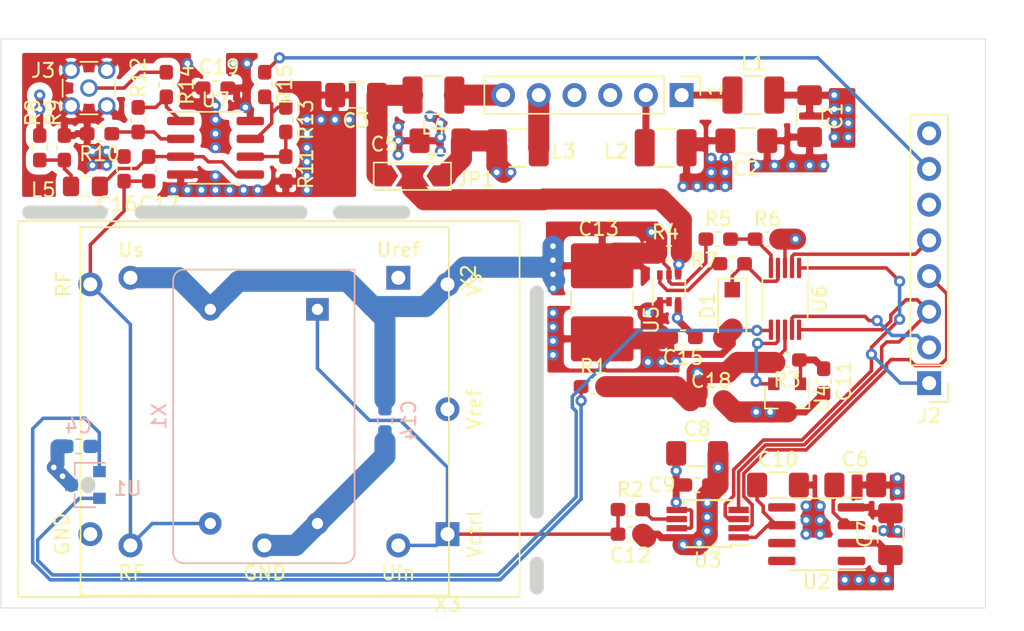
<source format=kicad_pcb>
(kicad_pcb (version 20171130) (host pcbnew 5.1.2)
  (layers (0 F.Cu signal) (1 In1.Cu power) (2 In2.Cu power) (31 B.Cu signal) (34 B.Paste user) (35 F.Paste user) (36 B.SilkS user) (37 F.SilkS user) (38 B.Mask user) (39 F.Mask user) (44 Edge.Cuts user))
  (net 0 "")
  (net 1 "Net-(D1-Pad1)")
  (net 2 GND)
  (net 3 +5V_A)
  (net 4 MOSI)
  (net 5 SCLK)
  (net 6 ADJ_DAC_CS)
  (net 7 +12V_B)
  (net 8 MISO)
  (net 9 +12V_A)
  (net 10 +5V_B)
  (net 11 REF_10MHz_B)
  (net 12 REF_10MHz_A)
  (net 13 /Vctrl)
  (net 14 /XtalVcc)
  (net 15 /XtalOut)
  (net 16 SENSE_ADC_CS)
  (net 17 /TempHot)
  (net 18 /TempCool)
  (net 19 /Vref)
  (net 20 /XtalVccBeforeShunt)
  (net 21 /+12V_B_In)
  (net 22 /+5V_B_In)
  (net 23 /+5V_A_In)
  (net 24 /+12V_A_In)
  (net 25 /XtalVccADC)
  (net 26 "Net-(C4-Pad1)")
  (net 27 "Net-(C6-Pad1)")
  (net 28 "Net-(C11-Pad1)")
  (net 29 "Net-(C17-Pad1)")
  (net 30 "Net-(L5-Pad2)")
  (net 31 "Net-(R2-Pad2)")
  (net 32 "Net-(R7-Pad2)")
  (net 33 "Net-(R10-Pad1)")
  (net 34 "Net-(R11-Pad1)")
  (net 35 "Net-(R12-Pad1)")
  (net 36 "Net-(R13-Pad1)")
  (module Connector_PinHeader_2.54mm:PinHeader_1x08_P2.54mm_Vertical (layer F.Cu) (at 84 60.75 180)
    (fp_text reference J2 (at 0 -2.33) (layer F.SilkS))
    (fp_text value Conn_01x08_Male)
    (pad 8 thru_hole oval (at 0 17.78 180) (size 1.7 1.7) (drill 1) (layers *.Cu *.Mask) (net 2 GND))
    (pad 7 thru_hole oval (at 0 15.24 180) (size 1.7 1.7) (drill 1) (layers *.Cu *.Mask) (net 11 REF_10MHz_B))
    (pad 6 thru_hole oval (at 0 12.7 180) (size 1.7 1.7) (drill 1) (layers *.Cu *.Mask) (net 2 GND))
    (pad 5 thru_hole oval (at 0 10.16 180) (size 1.7 1.7) (drill 1) (layers *.Cu *.Mask) (net 16 SENSE_ADC_CS))
    (pad 4 thru_hole oval (at 0 7.62 180) (size 1.7 1.7) (drill 1) (layers *.Cu *.Mask) (net 6 ADJ_DAC_CS))
    (pad 3 thru_hole oval (at 0 5.08 180) (size 1.7 1.7) (drill 1) (layers *.Cu *.Mask) (net 4 MOSI))
    (pad 2 thru_hole oval (at 0 2.54 180) (size 1.7 1.7) (drill 1) (layers *.Cu *.Mask) (net 8 MISO))
    (pad 1 thru_hole rect (at 0 0 180) (size 1.7 1.7) (drill 1) (layers *.Cu *.Mask) (net 5 SCLK))
  )
  (module Resistor_SMD:R_0603_1608Metric_Pad1.05x0.95mm_HandSolder (layer F.Cu) (at 22.5 44 90)
    (fp_text reference R9 (at 2.5 -0.75 90) (layer F.SilkS))
    (fp_text value 180)
    (pad 2 smd roundrect (at 0.875 0 90) (size 1.05 0.95) (layers F.Cu F.Paste F.Mask) (net 2 GND))
    (pad 1 smd roundrect (at -0.875 0 90) (size 1.05 0.95) (layers F.Cu F.Paste F.Mask) (net 30 "Net-(L5-Pad2)"))
  )
  (module Resistor_SMD:R_0603_1608Metric_Pad1.05x0.95mm_HandSolder (layer F.Cu) (at 20.75 44 270)
    (fp_text reference R8 (at -2.5 0.5 90) (layer F.SilkS))
    (fp_text value 180)
    (pad 2 smd roundrect (at 0.875 0 270) (size 1.05 0.95) (layers F.Cu F.Paste F.Mask) (net 30 "Net-(L5-Pad2)"))
    (pad 1 smd roundrect (at -0.875 0 270) (size 1.05 0.95) (layers F.Cu F.Paste F.Mask) (net 3 +5V_A))
  )
  (module Inductor_SMD:L_0805_2012Metric_Pad1.15x1.40mm_HandSolder (layer F.Cu) (at 24 46.75 180)
    (fp_text reference L5 (at 3 -0.25) (layer F.SilkS))
    (fp_text value 100u)
    (pad 2 smd roundrect (at 1.025 0 180) (size 1.15 1.4) (layers F.Cu F.Paste F.Mask) (roundrect_rratio 0.217391) (net 30 "Net-(L5-Pad2)"))
    (pad 1 smd roundrect (at -1.025 0 180) (size 1.15 1.4) (layers F.Cu F.Paste F.Mask) (roundrect_rratio 0.217391) (net 29 "Net-(C17-Pad1)"))
  )
  (module Capacitor_SMD:C_0603_1608Metric_Pad1.05x0.95mm_HandSolder (layer F.Cu) (at 33.25 39.75 180)
    (fp_text reference C19 (at -0.25 1.5) (layer F.SilkS))
    (fp_text value 0.1u)
    (pad 2 smd roundrect (at 0.875 0 180) (size 1.05 0.95) (layers F.Cu F.Paste F.Mask) (net 2 GND))
    (pad 1 smd roundrect (at -0.875 0 180) (size 1.05 0.95) (layers F.Cu F.Paste F.Mask) (net 3 +5V_A))
  )
  (module Capacitor_SMD:C_0603_1608Metric_Pad1.05x0.95mm_HandSolder (layer F.Cu) (at 68.5 62)
    (fp_text reference C18 (at 0 -1.43) (layer F.SilkS))
    (fp_text value 0.1u)
    (pad 2 smd roundrect (at 0.875 0) (size 1.05 0.95) (layers F.Cu F.Paste F.Mask) (net 2 GND))
    (pad 1 smd roundrect (at -0.875 0) (size 1.05 0.95) (layers F.Cu F.Paste F.Mask) (net 10 +5V_B))
  )
  (module Capacitor_SMD:C_0603_1608Metric_Pad1.05x0.95mm_HandSolder (layer F.Cu) (at 28.5 45.5 270)
    (fp_text reference C17 (at 2.5 -0.75 180) (layer F.SilkS))
    (fp_text value 0.01u)
    (pad 2 smd roundrect (at 0.875 0 270) (size 1.05 0.95) (layers F.Cu F.Paste F.Mask) (net 15 /XtalOut))
    (pad 1 smd roundrect (at -0.875 0 270) (size 1.05 0.95) (layers F.Cu F.Paste F.Mask) (net 29 "Net-(C17-Pad1)"))
  )
  (module Capacitor_SMD:C_0603_1608Metric_Pad1.05x0.95mm_HandSolder (layer F.Cu) (at 66.5 57.5 180)
    (fp_text reference C15 (at 0 -1.43) (layer F.SilkS))
    (fp_text value 0.1u)
    (pad 2 smd roundrect (at 0.875 0 180) (size 1.05 0.95) (layers F.Cu F.Paste F.Mask) (net 2 GND))
    (pad 1 smd roundrect (at -0.875 0 180) (size 1.05 0.95) (layers F.Cu F.Paste F.Mask) (net 20 /XtalVccBeforeShunt))
  )
  (module Capacitor_SMD:C_0603_1608Metric_Pad1.05x0.95mm_HandSolder (layer B.Cu) (at 45.3 63.4 270)
    (fp_text reference C14 (at 0 -1.7 90) (layer B.SilkS) (effects (justify mirror)))
    (fp_text value 0.1u)
    (pad 2 smd roundrect (at 0.875 0 270) (size 1.05 0.95) (layers B.Cu B.Paste B.Mask) (net 2 GND))
    (pad 1 smd roundrect (at -0.875 0 270) (size 1.05 0.95) (layers B.Cu B.Paste B.Mask) (net 14 /XtalVcc))
  )
  (module Capacitor_SMD:C_0603_1608Metric_Pad1.05x0.95mm_HandSolder (layer F.Cu) (at 76.5 60.6 270)
    (fp_text reference C11 (at 0 -1.43 90) (layer F.SilkS))
    (fp_text value 0.1u)
    (pad 2 smd roundrect (at 0.875 0 270) (size 1.05 0.95) (layers F.Cu F.Paste F.Mask) (net 2 GND))
    (pad 1 smd roundrect (at -0.875 0 270) (size 1.05 0.95) (layers F.Cu F.Paste F.Mask) (net 28 "Net-(C11-Pad1)"))
  )
  (module Capacitor_SMD:C_0603_1608Metric_Pad1.05x0.95mm_HandSolder (layer F.Cu) (at 67.5 68)
    (fp_text reference C9 (at -2.5 0) (layer F.SilkS))
    (fp_text value 0.1u)
    (pad 2 smd roundrect (at 0.875 0) (size 1.05 0.95) (layers F.Cu F.Paste F.Mask) (net 2 GND))
    (pad 1 smd roundrect (at -0.875 0) (size 1.05 0.95) (layers F.Cu F.Paste F.Mask) (net 3 +5V_A))
  )
  (module Capacitor_SMD:C_0603_1608Metric_Pad1.05x0.95mm_HandSolder (layer B.Cu) (at 23.5 65.25 180)
    (fp_text reference C4 (at 0 1.43) (layer B.SilkS) (effects (justify mirror)))
    (fp_text value 0.1u)
    (pad 2 smd roundrect (at 0.875 0 180) (size 1.05 0.95) (layers B.Cu B.Paste B.Mask) (net 2 GND))
    (pad 1 smd roundrect (at -0.875 0 180) (size 1.05 0.95) (layers B.Cu B.Paste B.Mask) (net 26 "Net-(C4-Pad1)"))
  )
  (module Connector_Coaxial:MMCX_Molex_73415-1471_Vertical (layer F.Cu) (at 24.25 39.75)
    (fp_text reference J3 (at -3.25 -1.25) (layer F.SilkS))
    (fp_text value Conn_Coaxial)
    (pad 2 thru_hole circle (at -1.27 1.27) (size 1.24 1.24) (drill 0.84) (layers *.Cu *.Mask) (net 2 GND))
    (pad 2 thru_hole circle (at 1.27 -1.27) (size 1.24 1.24) (drill 0.84) (layers *.Cu *.Mask) (net 2 GND))
    (pad 2 thru_hole circle (at 1.27 1.27) (size 1.24 1.24) (drill 0.84) (layers *.Cu *.Mask) (net 2 GND))
    (pad 2 thru_hole circle (at -1.27 -1.27) (size 1.24 1.24) (drill 0.84) (layers *.Cu *.Mask) (net 2 GND))
    (pad 1 thru_hole circle (at 0 0) (size 1.24 1.24) (drill 0.84) (layers *.Cu *.Mask) (net 12 REF_10MHz_A))
  )
  (module Jumper:SolderJumper-3_P2.0mm_Open_TrianglePad1.0x1.5mm (layer F.Cu) (at 47.25 46 180)
    (fp_text reference JP1 (at -4.5 -0.25) (layer F.SilkS))
    (fp_text value Jumper_3_Bridged12)
    (pad 3 smd custom (at 2 0) (size 0.3 0.3) (layers F.Cu F.Mask) (net 7 +12V_B) (options (clearance outline) (anchor rect)) (primitives (gr_poly (pts (xy -0.5 -0.75) (xy 0.5 -0.75) (xy 1 0) (xy 0.5 0.75) (xy -0.5 0.75)) (width 0))))
    (pad 2 smd custom (at 0 0 180) (size 0.3 0.3) (layers F.Cu) (net 20 /XtalVccBeforeShunt) (options (clearance outline) (anchor rect)) (primitives (gr_poly (pts (xy -1.2 -0.75) (xy 1.2 -0.75) (xy 0.7 0) (xy 1.2 0.75) (xy -1.2 0.75) (xy -0.7 0)) (width 0))))
    (pad 1 smd custom (at -2 0 180) (size 0.3 0.3) (layers F.Cu F.Mask) (net 10 +5V_B) (options (clearance outline) (anchor rect)) (primitives (gr_poly (pts (xy -0.5 -0.75) (xy 0.5 -0.75) (xy 1 0) (xy 0.5 0.75) (xy -0.5 0.75)) (width 0))))
  )
  (module Resistor_SMD:R_0603_1608Metric_Pad1.05x0.95mm_HandSolder (layer F.Cu) (at 72.5 50.5)
    (fp_text reference R6 (at 0 -1.43) (layer F.SilkS))
    (fp_text value 5k)
    (pad 2 smd roundrect (at 0.875 0) (size 1.05 0.95) (layers F.Cu F.Paste F.Mask) (net 2 GND))
    (pad 1 smd roundrect (at -0.875 0) (size 1.05 0.95) (layers F.Cu F.Paste F.Mask) (net 25 /XtalVccADC))
  )
  (module Resistor_SMD:R_0603_1608Metric_Pad1.05x0.95mm_HandSolder (layer F.Cu) (at 69 50.5)
    (fp_text reference R5 (at 0 -1.43) (layer F.SilkS))
    (fp_text value 7k)
    (pad 2 smd roundrect (at 0.875 0) (size 1.05 0.95) (layers F.Cu F.Paste F.Mask) (net 25 /XtalVccADC))
    (pad 1 smd roundrect (at -0.875 0) (size 1.05 0.95) (layers F.Cu F.Paste F.Mask) (net 14 /XtalVcc))
  )
  (module project:Oscillator_OCXO_Abracon_AOCJY4 (layer F.Cu) (at 49.75 71.5 180)
    (fp_text reference X3 (at 0 -5) (layer F.SilkS))
    (fp_text value AOCJY4/OH200)
    (fp_text user Vs (at -1.905 17.78 90) (layer F.SilkS))
    (fp_text user Vref (at -1.905 8.89 90) (layer F.SilkS))
    (fp_text user Vctrl (at -1.905 0 270) (layer F.SilkS))
    (fp_text user GND (at 27.4 0 90) (layer F.SilkS))
    (fp_text user RF (at 27.305 17.78 270) (layer F.SilkS))
    (pad 2 thru_hole circle (at 0 8.89 270) (size 1.7 1.7) (drill 1) (layers *.Cu *.Mask))
    (pad 3 thru_hole circle (at 0 17.78 270) (size 1.7 1.7) (drill 1) (layers *.Cu *.Mask) (net 14 /XtalVcc))
    (pad 1 thru_hole rect (at 0 0 90) (size 1.7 1.7) (drill 1) (layers *.Cu *.Mask) (net 13 /Vctrl))
    (pad 5 thru_hole circle (at 25.4 0 270) (size 1.7 1.7) (drill 1) (layers *.Cu *.Mask) (net 2 GND))
    (pad 4 thru_hole circle (at 25.4 17.78 90) (size 1.7 1.7) (drill 1) (layers *.Cu *.Mask) (net 15 /XtalOut))
  )
  (module Oscillator:Oscillator_OCXO_Morion_MV317 (layer F.Cu) (at 46.25 53.25 270)
    (fp_text reference X2 (at 0 -5 90) (layer F.SilkS))
    (fp_text value OH100)
    (fp_text user Uin (at 21 0 180) (layer F.SilkS))
    (fp_text user GND (at 21 9.5 180) (layer F.SilkS))
    (fp_text user RF (at 21 19 180) (layer F.SilkS))
    (fp_text user Us (at -2 19 180) (layer F.SilkS))
    (fp_text user Uref (at -2 0 180) (layer F.SilkS))
    (pad 4 thru_hole circle (at 19.05 9.525 180) (size 1.7 1.7) (drill 1) (layers *.Cu *.Mask) (net 2 GND))
    (pad 5 thru_hole circle (at 19.05 0 180) (size 1.7 1.7) (drill 1) (layers *.Cu *.Mask) (net 13 /Vctrl))
    (pad 3 thru_hole circle (at 19.05 19.05 180) (size 1.7 1.7) (drill 1) (layers *.Cu *.Mask) (net 15 /XtalOut))
    (pad 2 thru_hole circle (at 0 19.05 180) (size 1.7 1.7) (drill 1) (layers *.Cu *.Mask) (net 14 /XtalVcc))
    (pad 1 thru_hole rect (at 0 0 180) (size 1.7 1.7) (drill 1) (layers *.Cu *.Mask))
  )
  (module Package_SO:VSSOP-10_3x3mm_P0.5mm (layer F.Cu) (at 73.75 54.75 270)
    (fp_text reference U6 (at 0 -2.45 90) (layer F.SilkS))
    (fp_text value ADS1018IDGS)
    (pad 1 smd roundrect (at -2.2 -1 270) (size 1.45 0.3) (layers F.Cu F.Paste F.Mask) (net 5 SCLK))
    (pad 2 smd roundrect (at -2.2 -0.5 270) (size 1.45 0.3) (layers F.Cu F.Paste F.Mask) (net 16 SENSE_ADC_CS))
    (pad 3 smd roundrect (at -2.2 0 270) (size 1.45 0.3) (layers F.Cu F.Paste F.Mask) (net 2 GND))
    (pad 4 smd roundrect (at -2.2 0.5 270) (size 1.45 0.3) (layers F.Cu F.Paste F.Mask) (net 1 "Net-(D1-Pad1)"))
    (pad 5 smd roundrect (at -2.2 1 270) (size 1.45 0.3) (layers F.Cu F.Paste F.Mask) (net 25 /XtalVccADC))
    (pad 6 smd roundrect (at 2.2 1 270) (size 1.45 0.3) (layers F.Cu F.Paste F.Mask) (net 17 /TempHot))
    (pad 7 smd roundrect (at 2.2 0.5 270) (size 1.45 0.3) (layers F.Cu F.Paste F.Mask) (net 18 /TempCool))
    (pad 8 smd roundrect (at 2.2 0 270) (size 1.45 0.3) (layers F.Cu F.Paste F.Mask) (net 10 +5V_B))
    (pad 9 smd roundrect (at 2.2 -0.5 270) (size 1.45 0.3) (layers F.Cu F.Paste F.Mask) (net 8 MISO))
    (pad 10 smd roundrect (at 2.2 -1 270) (size 1.45 0.3) (layers F.Cu F.Paste F.Mask) (net 4 MOSI))
  )
  (module Package_TO_SOT_SMD:SOT-23 (layer F.Cu) (at 73.9 61.8 270)
    (fp_text reference U4 (at 0 -2.5 90) (layer F.SilkS))
    (fp_text value MCP9700T-ETT)
    (pad 3 smd rect (at 1 0 270) (size 0.9 0.8) (layers F.Cu F.Paste F.Mask) (net 2 GND))
    (pad 2 smd rect (at -1 0.95 270) (size 0.9 0.8) (layers F.Cu F.Paste F.Mask) (net 18 /TempCool))
    (pad 1 smd rect (at -1 -0.95 270) (size 0.9 0.8) (layers F.Cu F.Paste F.Mask) (net 28 "Net-(C11-Pad1)"))
  )
  (module Package_TO_SOT_SMD:SOT-23 (layer B.Cu) (at 24 68 180)
    (fp_text reference U1 (at -3 -0.25) (layer B.SilkS) (effects (justify mirror)))
    (fp_text value MCP9700T-ETT)
    (pad 3 smd rect (at 1 0 180) (size 0.9 0.8) (layers B.Cu B.Paste B.Mask) (net 2 GND))
    (pad 2 smd rect (at -1 -0.95 180) (size 0.9 0.8) (layers B.Cu B.Paste B.Mask) (net 17 /TempHot))
    (pad 1 smd rect (at -1 0.95 180) (size 0.9 0.8) (layers B.Cu B.Paste B.Mask) (net 26 "Net-(C4-Pad1)"))
  )
  (module Resistor_SMD:R_0603_1608Metric_Pad1.05x0.95mm_HandSolder (layer F.Cu) (at 73.9 59.1 180)
    (fp_text reference R3 (at 0 -1.43) (layer F.SilkS))
    (fp_text value 470)
    (pad 2 smd roundrect (at 0.875 0 180) (size 1.05 0.95) (layers F.Cu F.Paste F.Mask) (net 10 +5V_B))
    (pad 1 smd roundrect (at -0.875 0 180) (size 1.05 0.95) (layers F.Cu F.Paste F.Mask) (net 28 "Net-(C11-Pad1)"))
  )
  (module Resistor_SMD:R_0603_1608Metric_Pad1.05x0.95mm_HandSolder (layer F.Cu) (at 60.125 61)
    (fp_text reference R1 (at 0 -1.43 -180) (layer F.SilkS))
    (fp_text value 470)
    (pad 2 smd roundrect (at 0.875 0) (size 1.05 0.95) (layers F.Cu F.Paste F.Mask) (net 10 +5V_B))
    (pad 1 smd roundrect (at -0.875 0) (size 1.05 0.95) (layers F.Cu F.Paste F.Mask) (net 26 "Net-(C4-Pad1)"))
  )
  (module Inductor_SMD:L_1210_3225Metric_Pad1.42x2.65mm_HandSolder (layer F.Cu) (at 48.75 40.25 180)
    (fp_text reference L4 (at 0 -2.28) (layer F.SilkS))
    (fp_text value 1u)
    (pad 2 smd roundrect (at 1.4875 0 180) (size 1.425 2.65) (layers F.Cu F.Paste F.Mask) (roundrect_rratio 0.175439) (net 7 +12V_B))
    (pad 1 smd roundrect (at -1.4875 0 180) (size 1.425 2.65) (layers F.Cu F.Paste F.Mask) (roundrect_rratio 0.175439) (net 21 /+12V_B_In))
  )
  (module Inductor_SMD:L_1210_3225Metric_Pad1.42x2.65mm_HandSolder (layer F.Cu) (at 54.75 44 180)
    (fp_text reference L3 (at -3.25 -0.25) (layer F.SilkS))
    (fp_text value 1u)
    (pad 2 smd roundrect (at 1.4875 0 180) (size 1.425 2.65) (layers F.Cu F.Paste F.Mask) (roundrect_rratio 0.175439) (net 10 +5V_B))
    (pad 1 smd roundrect (at -1.4875 0 180) (size 1.425 2.65) (layers F.Cu F.Paste F.Mask) (roundrect_rratio 0.175439) (net 22 /+5V_B_In))
  )
  (module Inductor_SMD:L_1210_3225Metric_Pad1.42x2.65mm_HandSolder (layer F.Cu) (at 65.2625 44)
    (fp_text reference L2 (at -3.5125 0.25) (layer F.SilkS))
    (fp_text value 1u)
    (pad 2 smd roundrect (at 1.4875 0) (size 1.425 2.65) (layers F.Cu F.Paste F.Mask) (roundrect_rratio 0.175439) (net 3 +5V_A))
    (pad 1 smd roundrect (at -1.4875 0) (size 1.425 2.65) (layers F.Cu F.Paste F.Mask) (roundrect_rratio 0.175439) (net 23 /+5V_A_In))
  )
  (module Inductor_SMD:L_1210_3225Metric_Pad1.42x2.65mm_HandSolder (layer F.Cu) (at 71.5 40.25)
    (fp_text reference L1 (at 0 -2.28) (layer F.SilkS))
    (fp_text value 1u)
    (pad 2 smd roundrect (at 1.4875 0) (size 1.425 2.65) (layers F.Cu F.Paste F.Mask) (roundrect_rratio 0.175439) (net 9 +12V_A))
    (pad 1 smd roundrect (at -1.4875 0) (size 1.425 2.65) (layers F.Cu F.Paste F.Mask) (roundrect_rratio 0.175439) (net 24 /+12V_A_In))
  )
  (module Package_SO:SOIC-8_3.9x4.9mm_P1.27mm (layer F.Cu) (at 33.25 44)
    (fp_text reference U7 (at 0 -3.4) (layer F.SilkS))
    (fp_text value AD8656)
    (pad 8 smd roundrect (at 2.475 -1.905) (size 1.95 0.6) (layers F.Cu F.Paste F.Mask) (net 3 +5V_A))
    (pad 7 smd roundrect (at 2.475 -0.635) (size 1.95 0.6) (layers F.Cu F.Paste F.Mask) (net 36 "Net-(R13-Pad1)"))
    (pad 6 smd roundrect (at 2.475 0.635) (size 1.95 0.6) (layers F.Cu F.Paste F.Mask) (net 34 "Net-(R11-Pad1)"))
    (pad 5 smd roundrect (at 2.475 1.905) (size 1.95 0.6) (layers F.Cu F.Paste F.Mask) (net 29 "Net-(C17-Pad1)"))
    (pad 4 smd roundrect (at -2.475 1.905) (size 1.95 0.6) (layers F.Cu F.Paste F.Mask) (net 2 GND))
    (pad 3 smd roundrect (at -2.475 0.635) (size 1.95 0.6) (layers F.Cu F.Paste F.Mask) (net 29 "Net-(C17-Pad1)"))
    (pad 2 smd roundrect (at -2.475 -0.635) (size 1.95 0.6) (layers F.Cu F.Paste F.Mask) (net 33 "Net-(R10-Pad1)"))
    (pad 1 smd roundrect (at -2.475 -1.905) (size 1.95 0.6) (layers F.Cu F.Paste F.Mask) (net 35 "Net-(R12-Pad1)"))
  )
  (module Package_SO:SOIC-8_3.9x4.9mm_P1.27mm (layer F.Cu) (at 76 71.5 180)
    (fp_text reference U2 (at 0 -3.4) (layer F.SilkS))
    (fp_text value MAX6350)
    (pad 8 smd roundrect (at 2.475 -1.905 180) (size 1.95 0.6) (layers F.Cu F.Paste F.Mask))
    (pad 7 smd roundrect (at 2.475 -0.635 180) (size 1.95 0.6) (layers F.Cu F.Paste F.Mask))
    (pad 6 smd roundrect (at 2.475 0.635 180) (size 1.95 0.6) (layers F.Cu F.Paste F.Mask) (net 19 /Vref))
    (pad 5 smd roundrect (at 2.475 1.905 180) (size 1.95 0.6) (layers F.Cu F.Paste F.Mask))
    (pad 4 smd roundrect (at -2.475 1.905 180) (size 1.95 0.6) (layers F.Cu F.Paste F.Mask) (net 2 GND))
    (pad 3 smd roundrect (at -2.475 0.635 180) (size 1.95 0.6) (layers F.Cu F.Paste F.Mask) (net 27 "Net-(C6-Pad1)"))
    (pad 2 smd roundrect (at -2.475 -0.635 180) (size 1.95 0.6) (layers F.Cu F.Paste F.Mask) (net 9 +12V_A))
    (pad 1 smd roundrect (at -2.475 -1.905 180) (size 1.95 0.6) (layers F.Cu F.Paste F.Mask))
  )
  (module Resistor_SMD:R_0603_1608Metric_Pad1.05x0.95mm_HandSolder (layer F.Cu) (at 36.75 39.5 270)
    (fp_text reference R15 (at 0 -1.43 90) (layer F.SilkS))
    (fp_text value 49)
    (pad 2 smd roundrect (at 0.875 0 270) (size 1.05 0.95) (layers F.Cu F.Paste F.Mask) (net 36 "Net-(R13-Pad1)"))
    (pad 1 smd roundrect (at -0.875 0 270) (size 1.05 0.95) (layers F.Cu F.Paste F.Mask) (net 11 REF_10MHz_B))
  )
  (module Resistor_SMD:R_0603_1608Metric_Pad1.05x0.95mm_HandSolder (layer F.Cu) (at 29.75 39.5 270)
    (fp_text reference R14 (at 0 -1.43 90) (layer F.SilkS))
    (fp_text value 49)
    (pad 2 smd roundrect (at 0.875 0 270) (size 1.05 0.95) (layers F.Cu F.Paste F.Mask) (net 35 "Net-(R12-Pad1)"))
    (pad 1 smd roundrect (at -0.875 0 270) (size 1.05 0.95) (layers F.Cu F.Paste F.Mask) (net 12 REF_10MHz_A))
  )
  (module Resistor_SMD:R_0603_1608Metric_Pad1.05x0.95mm_HandSolder (layer F.Cu) (at 38.25 42 270)
    (fp_text reference R13 (at 0 -1.43 90) (layer F.SilkS))
    (fp_text value 4.7k)
    (pad 2 smd roundrect (at 0.875 0 270) (size 1.05 0.95) (layers F.Cu F.Paste F.Mask) (net 34 "Net-(R11-Pad1)"))
    (pad 1 smd roundrect (at -0.875 0 270) (size 1.05 0.95) (layers F.Cu F.Paste F.Mask) (net 36 "Net-(R13-Pad1)"))
  )
  (module Resistor_SMD:R_0603_1608Metric_Pad1.05x0.95mm_HandSolder (layer F.Cu) (at 27.75 42 270)
    (fp_text reference R12 (at -3 0 90) (layer F.SilkS))
    (fp_text value 4.7k)
    (pad 2 smd roundrect (at 0.875 0 270) (size 1.05 0.95) (layers F.Cu F.Paste F.Mask) (net 33 "Net-(R10-Pad1)"))
    (pad 1 smd roundrect (at -0.875 0 270) (size 1.05 0.95) (layers F.Cu F.Paste F.Mask) (net 35 "Net-(R12-Pad1)"))
  )
  (module Resistor_SMD:R_0603_1608Metric_Pad1.05x0.95mm_HandSolder (layer F.Cu) (at 38.25 45.5 270)
    (fp_text reference R11 (at 0 -1.43 90) (layer F.SilkS))
    (fp_text value 4.7k)
    (pad 2 smd roundrect (at 0.875 0 270) (size 1.05 0.95) (layers F.Cu F.Paste F.Mask) (net 2 GND))
    (pad 1 smd roundrect (at -0.875 0 270) (size 1.05 0.95) (layers F.Cu F.Paste F.Mask) (net 34 "Net-(R11-Pad1)"))
  )
  (module Resistor_SMD:R_0603_1608Metric_Pad1.05x0.95mm_HandSolder (layer F.Cu) (at 25 43 180)
    (fp_text reference R10 (at 0 -1.43) (layer F.SilkS))
    (fp_text value 4.7k)
    (pad 2 smd roundrect (at 0.875 0 180) (size 1.05 0.95) (layers F.Cu F.Paste F.Mask) (net 2 GND))
    (pad 1 smd roundrect (at -0.875 0 180) (size 1.05 0.95) (layers F.Cu F.Paste F.Mask) (net 33 "Net-(R10-Pad1)"))
  )
  (module Resistor_SMD:R_0603_1608Metric_Pad1.05x0.95mm_HandSolder (layer F.Cu) (at 70 52.25 180)
    (fp_text reference R7 (at 2 0.25) (layer F.SilkS))
    (fp_text value 470)
    (pad 2 smd roundrect (at 0.875 0 180) (size 1.05 0.95) (layers F.Cu F.Paste F.Mask) (net 32 "Net-(R7-Pad2)"))
    (pad 1 smd roundrect (at -0.875 0 180) (size 1.05 0.95) (layers F.Cu F.Paste F.Mask) (net 1 "Net-(D1-Pad1)"))
  )
  (module Resistor_SMD:R_0603_1608Metric_Pad1.05x0.95mm_HandSolder (layer F.Cu) (at 65.5 51.5 180)
    (fp_text reference R4 (at 0.25 1.5) (layer F.SilkS))
    (fp_text value 0.01)
    (pad 2 smd roundrect (at 0.875 0 180) (size 1.05 0.95) (layers F.Cu F.Paste F.Mask) (net 14 /XtalVcc))
    (pad 1 smd roundrect (at -0.875 0 180) (size 1.05 0.95) (layers F.Cu F.Paste F.Mask) (net 20 /XtalVccBeforeShunt))
  )
  (module Resistor_SMD:R_0603_1608Metric_Pad1.05x0.95mm_HandSolder (layer F.Cu) (at 62.75 69.75)
    (fp_text reference R2 (at 0 -1.43) (layer F.SilkS))
    (fp_text value 100k)
    (pad 2 smd roundrect (at 0.875 0) (size 1.05 0.95) (layers F.Cu F.Paste F.Mask) (net 31 "Net-(R2-Pad2)"))
    (pad 1 smd roundrect (at -0.875 0) (size 1.05 0.95) (layers F.Cu F.Paste F.Mask) (net 13 /Vctrl))
  )
  (module Connector_PinHeader_2.54mm:PinHeader_1x06_P2.54mm_Vertical (layer F.Cu) (at 66.4 40.25 270)
    (fp_text reference J1 (at 0 -2.33 90) (layer F.SilkS))
    (fp_text value Conn_01x06_Male)
    (pad 6 thru_hole oval (at 0 12.7 270) (size 1.7 1.7) (drill 1) (layers *.Cu *.Mask) (net 21 /+12V_B_In))
    (pad 5 thru_hole oval (at 0 10.16 270) (size 1.7 1.7) (drill 1) (layers *.Cu *.Mask) (net 22 /+5V_B_In))
    (pad 4 thru_hole oval (at 0 7.62 270) (size 1.7 1.7) (drill 1) (layers *.Cu *.Mask) (net 2 GND))
    (pad 3 thru_hole oval (at 0 5.08 270) (size 1.7 1.7) (drill 1) (layers *.Cu *.Mask) (net 2 GND))
    (pad 2 thru_hole oval (at 0 2.54 270) (size 1.7 1.7) (drill 1) (layers *.Cu *.Mask) (net 23 /+5V_A_In))
    (pad 1 thru_hole rect (at 0 0 270) (size 1.7 1.7) (drill 1) (layers *.Cu *.Mask) (net 24 /+12V_A_In))
  )
  (module Capacitor_SMD:C_0603_1608Metric_Pad1.05x0.95mm_HandSolder (layer F.Cu) (at 26.75 45.5 90)
    (fp_text reference C16 (at -2.5 -0.5 180) (layer F.SilkS))
    (fp_text value "12p C0G 50V")
    (pad 2 smd roundrect (at 0.875 0 90) (size 1.05 0.95) (layers F.Cu F.Paste F.Mask) (net 2 GND))
    (pad 1 smd roundrect (at -0.875 0 90) (size 1.05 0.95) (layers F.Cu F.Paste F.Mask) (net 15 /XtalOut))
  )
  (module Capacitor_SMD:C_2816_7142Metric_Pad3.20x4.45mm_HandSolder (layer F.Cu) (at 60.75 55 270)
    (fp_text reference C13 (at -5.25 0.25 180) (layer F.SilkS))
    (fp_text value 47u)
    (pad 2 smd roundrect (at 2.6 0 270) (size 3.2 4.45) (layers F.Cu F.Paste F.Mask) (roundrect_rratio 0.078125) (net 2 GND))
    (pad 1 smd roundrect (at -2.6 0 270) (size 3.2 4.45) (layers F.Cu F.Paste F.Mask) (roundrect_rratio 0.078125) (net 14 /XtalVcc))
  )
  (module Capacitor_SMD:C_0603_1608Metric_Pad1.05x0.95mm_HandSolder (layer F.Cu) (at 62.75 71.5)
    (fp_text reference C12 (at 0 1.5) (layer F.SilkS))
    (fp_text value 2.2u)
    (pad 2 smd roundrect (at 0.875 0) (size 1.05 0.95) (layers F.Cu F.Paste F.Mask) (net 2 GND))
    (pad 1 smd roundrect (at -0.875 0) (size 1.05 0.95) (layers F.Cu F.Paste F.Mask) (net 13 /Vctrl))
  )
  (module Capacitor_SMD:C_1206_3216Metric_Pad1.42x1.75mm_HandSolder (layer F.Cu) (at 73.25 68)
    (fp_text reference C10 (at 0 -1.82) (layer F.SilkS))
    (fp_text value 2.2u)
    (pad 2 smd roundrect (at 1.4875 0) (size 1.425 1.75) (layers F.Cu F.Paste F.Mask) (roundrect_rratio 0.175439) (net 2 GND))
    (pad 1 smd roundrect (at -1.4875 0) (size 1.425 1.75) (layers F.Cu F.Paste F.Mask) (roundrect_rratio 0.175439) (net 19 /Vref))
  )
  (module Capacitor_SMD:C_1206_3216Metric_Pad1.42x1.75mm_HandSolder (layer F.Cu) (at 67.5 65.75)
    (fp_text reference C8 (at 0 -1.75) (layer F.SilkS))
    (fp_text value 2.2u)
    (pad 2 smd roundrect (at 1.4875 0) (size 1.425 1.75) (layers F.Cu F.Paste F.Mask) (roundrect_rratio 0.175439) (net 2 GND))
    (pad 1 smd roundrect (at -1.4875 0) (size 1.425 1.75) (layers F.Cu F.Paste F.Mask) (roundrect_rratio 0.175439) (net 3 +5V_A))
  )
  (module Capacitor_SMD:C_1206_3216Metric_Pad1.42x1.75mm_HandSolder (layer F.Cu) (at 81.25 71.5 90)
    (fp_text reference C7 (at 0 -1.82 90) (layer F.SilkS))
    (fp_text value "2.2u 50V")
    (pad 2 smd roundrect (at 1.4875 0 90) (size 1.425 1.75) (layers F.Cu F.Paste F.Mask) (roundrect_rratio 0.175439) (net 2 GND))
    (pad 1 smd roundrect (at -1.4875 0 90) (size 1.425 1.75) (layers F.Cu F.Paste F.Mask) (roundrect_rratio 0.175439) (net 9 +12V_A))
  )
  (module Capacitor_SMD:C_1206_3216Metric_Pad1.42x1.75mm_HandSolder (layer F.Cu) (at 78.75 68)
    (fp_text reference C6 (at 0 -1.82) (layer F.SilkS))
    (fp_text value 2.2u)
    (pad 2 smd roundrect (at 1.4875 0) (size 1.425 1.75) (layers F.Cu F.Paste F.Mask) (roundrect_rratio 0.175439) (net 2 GND))
    (pad 1 smd roundrect (at -1.4875 0) (size 1.425 1.75) (layers F.Cu F.Paste F.Mask) (roundrect_rratio 0.175439) (net 27 "Net-(C6-Pad1)"))
  )
  (module Capacitor_SMD:C_1206_3216Metric_Pad1.42x1.75mm_HandSolder (layer F.Cu) (at 49.25 43.5 180)
    (fp_text reference C5 (at 4 -0.25) (layer F.SilkS))
    (fp_text value 4.7u)
    (pad 2 smd roundrect (at 1.4875 0 180) (size 1.425 1.75) (layers F.Cu F.Paste F.Mask) (roundrect_rratio 0.175439) (net 2 GND))
    (pad 1 smd roundrect (at -1.4875 0 180) (size 1.425 1.75) (layers F.Cu F.Paste F.Mask) (roundrect_rratio 0.175439) (net 10 +5V_B))
  )
  (module Capacitor_SMD:C_1206_3216Metric_Pad1.42x1.75mm_HandSolder (layer F.Cu) (at 43.25 40.25 180)
    (fp_text reference C3 (at 0 -1.82) (layer F.SilkS))
    (fp_text value 4.7u)
    (pad 2 smd roundrect (at 1.4875 0 180) (size 1.425 1.75) (layers F.Cu F.Paste F.Mask) (roundrect_rratio 0.175439) (net 2 GND))
    (pad 1 smd roundrect (at -1.4875 0 180) (size 1.425 1.75) (layers F.Cu F.Paste F.Mask) (roundrect_rratio 0.175439) (net 7 +12V_B))
  )
  (module Capacitor_SMD:C_1206_3216Metric_Pad1.42x1.75mm_HandSolder (layer F.Cu) (at 71 43.5)
    (fp_text reference C2 (at 0 2) (layer F.SilkS))
    (fp_text value 4.7u)
    (pad 2 smd roundrect (at 1.4875 0) (size 1.425 1.75) (layers F.Cu F.Paste F.Mask) (roundrect_rratio 0.175439) (net 2 GND))
    (pad 1 smd roundrect (at -1.4875 0) (size 1.425 1.75) (layers F.Cu F.Paste F.Mask) (roundrect_rratio 0.175439) (net 3 +5V_A))
  )
  (module Capacitor_SMD:C_1206_3216Metric_Pad1.42x1.75mm_HandSolder (layer F.Cu) (at 75.5 41.75 270)
    (fp_text reference C1 (at 0 -1.82 90) (layer F.SilkS))
    (fp_text value 4.7u)
    (pad 2 smd roundrect (at 1.4875 0 270) (size 1.425 1.75) (layers F.Cu F.Paste F.Mask) (roundrect_rratio 0.175439) (net 2 GND))
    (pad 1 smd roundrect (at -1.4875 0 270) (size 1.425 1.75) (layers F.Cu F.Paste F.Mask) (roundrect_rratio 0.175439) (net 9 +12V_A))
  )
  (module Diode_SMD:D_SOD-123F (layer F.Cu) (at 70 55.5 270)
    (fp_text reference D1 (at -0.25 1.75 90) (layer F.SilkS))
    (fp_text value MM3Zxx)
    (pad 1 smd rect (at -1.4 0 270) (size 1.1 1.1) (layers F.Cu F.Paste F.Mask) (net 1 "Net-(D1-Pad1)"))
    (pad 2 smd rect (at 1.4 0 270) (size 1.1 1.1) (layers F.Cu F.Paste F.Mask) (net 2 GND))
  )
  (module Package_SO:MSOP-8_3x3mm_P0.65mm (layer F.Cu) (at 68.25 70.75 180)
    (fp_text reference U3 (at 0 -2.6) (layer F.SilkS))
    (fp_text value MAX5216)
    (pad 8 smd rect (at 2.2 -0.975 180) (size 1.45 0.45) (layers F.Cu F.Paste F.Mask) (net 2 GND))
    (pad 7 smd rect (at 2.2 -0.325 180) (size 1.45 0.45) (layers F.Cu F.Paste F.Mask) (net 3 +5V_A))
    (pad 6 smd rect (at 2.2 0.325 180) (size 1.45 0.45) (layers F.Cu F.Paste F.Mask) (net 31 "Net-(R2-Pad2)"))
    (pad 5 smd rect (at 2.2 0.975 180) (size 1.45 0.45) (layers F.Cu F.Paste F.Mask) (net 3 +5V_A))
    (pad 4 smd rect (at -2.2 0.975 180) (size 1.45 0.45) (layers F.Cu F.Paste F.Mask) (net 4 MOSI))
    (pad 3 smd rect (at -2.2 0.325 180) (size 1.45 0.45) (layers F.Cu F.Paste F.Mask) (net 5 SCLK))
    (pad 2 smd rect (at -2.2 -0.325 180) (size 1.45 0.45) (layers F.Cu F.Paste F.Mask) (net 6 ADJ_DAC_CS))
    (pad 1 smd rect (at -2.2 -0.975 180) (size 1.45 0.45) (layers F.Cu F.Paste F.Mask) (net 19 /Vref))
  )
  (module Package_TO_SOT_SMD:SOT-363_SC-70-6 (layer F.Cu) (at 65.5 54 90)
    (fp_text reference U5 (at -2.25 -1.25 90) (layer F.SilkS))
    (fp_text value NCS210)
    (pad 1 smd rect (at -0.95 -0.65 90) (size 0.65 0.4) (layers F.Cu F.Paste F.Mask) (net 2 GND))
    (pad 3 smd rect (at -0.95 0.65 90) (size 0.65 0.4) (layers F.Cu F.Paste F.Mask) (net 20 /XtalVccBeforeShunt))
    (pad 5 smd rect (at 0.95 0 90) (size 0.65 0.4) (layers F.Cu F.Paste F.Mask) (net 14 /XtalVcc))
    (pad 2 smd rect (at -0.95 0 90) (size 0.65 0.4) (layers F.Cu F.Paste F.Mask) (net 2 GND))
    (pad 4 smd rect (at 0.95 0.65 90) (size 0.65 0.4) (layers F.Cu F.Paste F.Mask) (net 20 /XtalVccBeforeShunt))
    (pad 6 smd rect (at 0.95 -0.65 90) (size 0.65 0.4) (layers F.Cu F.Paste F.Mask) (net 32 "Net-(R7-Pad2)"))
  )
  (module Oscillator:Oscillator_DIP-14 (layer B.Cu) (at 40.5 55.5 270)
    (fp_text reference X1 (at 7.62 11.26 270) (layer B.SilkS) (effects (justify mirror)))
    (fp_text value OH4)
    (pad 1 thru_hole rect (at 0 0 270) (size 1.6 1.6) (drill 0.8) (layers *.Cu *.Mask) (net 13 /Vctrl))
    (pad 14 thru_hole circle (at 0 7.62 270) (size 1.6 1.6) (drill 0.8) (layers *.Cu *.Mask) (net 14 /XtalVcc))
    (pad 8 thru_hole circle (at 15.24 7.62 270) (size 1.6 1.6) (drill 0.8) (layers *.Cu *.Mask) (net 15 /XtalOut))
    (pad 7 thru_hole circle (at 15.24 0 270) (size 1.6 1.6) (drill 0.8) (layers *.Cu *.Mask) (net 2 GND))
  )
  (gr_line (start 24.2 67.9) (end 24.2 68.1) (layer Edge.Cuts) (width 1))
  (gr_line (start 56.1 73.6) (end 56.1 75.3) (layer Edge.Cuts) (width 1))
  (gr_line (start 56.1 54.3) (end 56.1 69.9) (layer Edge.Cuts) (width 1))
  (gr_line (start 42.1 48.6) (end 46.6 48.6) (layer Edge.Cuts) (width 1))
  (gr_line (start 39.3 48.6) (end 28 48.6) (layer Edge.Cuts) (width 1))
  (gr_line (start 25.1 48.6) (end 20 48.6) (layer Edge.Cuts) (width 1))
  (gr_line (start 18 36.25) (end 18 76.75) (layer Edge.Cuts) (width 0.05))
  (gr_line (start 88 36.25) (end 18 36.25) (layer Edge.Cuts) (width 0.05))
  (gr_line (start 88 76.75) (end 88 36.25) (layer Edge.Cuts) (width 0.05))
  (gr_line (start 18 76.75) (end 88 76.75) (layer Edge.Cuts) (width 0.05))
  (segment (start 71.374072 52.749072) (end 70.875 52.25) (width 0.25) (layer F.Cu) (net 1))
  (segment (start 73.25 53.375) (end 73.12499 53.50001) (width 0.25) (layer F.Cu) (net 1))
  (segment (start 72.12501 53.50001) (end 71.374072 52.749072) (width 0.25) (layer F.Cu) (net 1))
  (segment (start 73.12499 53.50001) (end 72.12501 53.50001) (width 0.25) (layer F.Cu) (net 1))
  (segment (start 73.25 52.55) (end 73.25 53.375) (width 0.25) (layer F.Cu) (net 1))
  (segment (start 70 53.125) (end 70.875 52.25) (width 0.25) (layer F.Cu) (net 1))
  (segment (start 70 54.1) (end 70 53.125) (width 0.25) (layer F.Cu) (net 1))
  (via (at 30.25 47) (size 0.8) (drill 0.4) (layers F.Cu B.Cu) (net 2))
  (via (at 31.25 47) (size 0.8) (drill 0.4) (layers F.Cu B.Cu) (net 2))
  (via (at 32.25 47) (size 0.8) (drill 0.4) (layers F.Cu B.Cu) (net 2))
  (via (at 33.25 47) (size 0.8) (drill 0.4) (layers F.Cu B.Cu) (net 2))
  (via (at 34.25 47) (size 0.8) (drill 0.4) (layers F.Cu B.Cu) (net 2))
  (via (at 35.25 47) (size 0.8) (drill 0.4) (layers F.Cu B.Cu) (net 2))
  (via (at 36.25 47) (size 0.8) (drill 0.4) (layers F.Cu B.Cu) (net 2))
  (via (at 33.25 46) (size 0.8) (drill 0.4) (layers F.Cu B.Cu) (net 2))
  (via (at 33.25 44) (size 0.8) (drill 0.4) (layers F.Cu B.Cu) (net 2))
  (via (at 33.25 43) (size 0.8) (drill 0.4) (layers F.Cu B.Cu) (net 2))
  (via (at 33.25 42) (size 0.8) (drill 0.4) (layers F.Cu B.Cu) (net 2))
  (via (at 33.25 41) (size 0.8) (drill 0.4) (layers F.Cu B.Cu) (net 2))
  (via (at 31.25 38) (size 0.8) (drill 0.4) (layers F.Cu B.Cu) (net 2))
  (segment (start 63.85 71.725) (end 63.625 71.5) (width 1.5) (layer F.Cu) (net 2))
  (segment (start 38.94 72.3) (end 40.5 70.74) (width 1.5) (layer B.Cu) (net 2))
  (segment (start 36.725 72.3) (end 38.94 72.3) (width 1.5) (layer B.Cu) (net 2))
  (segment (start 45.3 65.94) (end 45.3 64.8875) (width 1.5) (layer B.Cu) (net 2))
  (segment (start 40.5 70.74) (end 45.3 65.94) (width 1.5) (layer B.Cu) (net 2))
  (via (at 24.5 44.25) (size 0.8) (drill 0.4) (layers F.Cu B.Cu) (net 2))
  (via (at 25.5 44.25) (size 0.8) (drill 0.4) (layers F.Cu B.Cu) (net 2))
  (via (at 24.5 45.25) (size 0.8) (drill 0.4) (layers F.Cu B.Cu) (net 2))
  (via (at 25.5 45.25) (size 0.8) (drill 0.4) (layers F.Cu B.Cu) (net 2))
  (via (at 39.75 47) (size 0.8) (drill 0.4) (layers F.Cu B.Cu) (net 2))
  (via (at 39.75 46) (size 0.8) (drill 0.4) (layers F.Cu B.Cu) (net 2))
  (via (at 39.75 45) (size 0.8) (drill 0.4) (layers F.Cu B.Cu) (net 2))
  (via (at 39.75 44) (size 0.8) (drill 0.4) (layers F.Cu B.Cu) (net 2))
  (via (at 39.75 43) (size 0.8) (drill 0.4) (layers F.Cu B.Cu) (net 2))
  (via (at 46.25 44.5) (size 0.8) (drill 0.4) (layers F.Cu B.Cu) (net 2))
  (via (at 46.25 43.5) (size 0.8) (drill 0.4) (layers F.Cu B.Cu) (net 2))
  (via (at 46.25 42.5) (size 0.8) (drill 0.4) (layers F.Cu B.Cu) (net 2))
  (via (at 49.25 44.25) (size 0.8) (drill 0.4) (layers F.Cu B.Cu) (net 2))
  (via (at 49.25 43.25) (size 0.8) (drill 0.4) (layers F.Cu B.Cu) (net 2))
  (via (at 49.25 42.25) (size 0.8) (drill 0.4) (layers F.Cu B.Cu) (net 2))
  (via (at 48.5 41.75) (size 0.8) (drill 0.4) (layers F.Cu B.Cu) (net 2))
  (via (at 41.75 42) (size 0.8) (drill 0.4) (layers F.Cu B.Cu) (net 2))
  (via (at 42.75 42) (size 0.8) (drill 0.4) (layers F.Cu B.Cu) (net 2))
  (via (at 40.75 42) (size 0.8) (drill 0.4) (layers F.Cu B.Cu) (net 2))
  (via (at 39.75 42) (size 0.8) (drill 0.4) (layers F.Cu B.Cu) (net 2))
  (segment (start 64.9125 57.6) (end 65.0125 57.5) (width 1.5) (layer F.Cu) (net 2))
  (segment (start 60.75 57.6) (end 64.9125 57.6) (width 1.5) (layer F.Cu) (net 2))
  (via (at 57.25 55.75) (size 0.8) (drill 0.4) (layers F.Cu B.Cu) (net 2))
  (via (at 57.25 56.75) (size 0.8) (drill 0.4) (layers F.Cu B.Cu) (net 2))
  (via (at 57.25 57.75) (size 0.8) (drill 0.4) (layers F.Cu B.Cu) (net 2))
  (via (at 57.25 58.75) (size 0.8) (drill 0.4) (layers F.Cu B.Cu) (net 2))
  (via (at 64 59.25) (size 0.8) (drill 0.4) (layers F.Cu B.Cu) (net 2))
  (via (at 65 59.25) (size 0.8) (drill 0.4) (layers F.Cu B.Cu) (net 2))
  (via (at 66 59.25) (size 0.8) (drill 0.4) (layers F.Cu B.Cu) (net 2))
  (via (at 64 55.75) (size 0.8) (drill 0.4) (layers F.Cu B.Cu) (net 2))
  (segment (start 65.5 54.95) (end 64.85 54.95) (width 0.25) (layer F.Cu) (net 2))
  (segment (start 64.85 57.3375) (end 65.0125 57.5) (width 1.5) (layer F.Cu) (net 2))
  (segment (start 64.85 54.95) (end 64.85 57.3375) (width 0.5) (layer F.Cu) (net 2))
  (segment (start 64.05 55.75) (end 64.85 54.95) (width 0.5) (layer F.Cu) (net 2))
  (segment (start 64 55.75) (end 64.05 55.75) (width 1.5) (layer F.Cu) (net 2))
  (via (at 71.75 45.25) (size 0.8) (drill 0.4) (layers F.Cu B.Cu) (net 2))
  (via (at 73 45.25) (size 0.8) (drill 0.4) (layers F.Cu B.Cu) (net 2))
  (via (at 74.25 45.25) (size 0.8) (drill 0.4) (layers F.Cu B.Cu) (net 2))
  (via (at 75.5 45.25) (size 0.8) (drill 0.4) (layers F.Cu B.Cu) (net 2))
  (via (at 76.5 45.25) (size 0.8) (drill 0.4) (layers F.Cu B.Cu) (net 2))
  (via (at 74.5 50.5) (size 0.8) (drill 0.4) (layers F.Cu B.Cu) (net 2))
  (segment (start 73.375 50.5) (end 74.5 50.5) (width 1.5) (layer F.Cu) (net 2))
  (segment (start 68.9875 65.75) (end 68.9875 66.7625) (width 1.5) (layer F.Cu) (net 2))
  (segment (start 67.535001 72.250001) (end 66.499999 72.250001) (width 1.5) (layer F.Cu) (net 2))
  (via (at 66.499999 72.250001) (size 0.8) (drill 0.4) (layers F.Cu B.Cu) (net 2))
  (via (at 67.642501 72.142501) (size 0.8) (drill 0.4) (layers F.Cu B.Cu) (net 2))
  (segment (start 67.642501 72.142501) (end 67.535001 72.250001) (width 1.5) (layer F.Cu) (net 2))
  (via (at 68.216153 71.283847) (size 0.8) (drill 0.4) (layers F.Cu B.Cu) (net 2))
  (segment (start 68.216153 71.283847) (end 68.216153 71.568849) (width 1.5) (layer F.Cu) (net 2))
  (via (at 68.216153 70.283847) (size 0.8) (drill 0.4) (layers F.Cu B.Cu) (net 2))
  (segment (start 68.216153 70.283847) (end 68.216153 71.283847) (width 1.5) (layer F.Cu) (net 2))
  (via (at 68.216153 69.283847) (size 0.8) (drill 0.4) (layers F.Cu B.Cu) (net 2))
  (segment (start 68.216153 69.283847) (end 68.216153 70.283847) (width 1.5) (layer F.Cu) (net 2))
  (segment (start 68.216153 68.771347) (end 68.216153 69.283847) (width 1.5) (layer F.Cu) (net 2))
  (segment (start 68.9875 68) (end 68.216153 68.771347) (width 1.5) (layer F.Cu) (net 2))
  (segment (start 68.216153 71.568849) (end 67.642501 72.142501) (width 1.5) (layer F.Cu) (net 2))
  (segment (start 68.9875 66.7625) (end 68.9875 68) (width 1.5) (layer F.Cu) (net 2))
  (via (at 68.9875 66.7625) (size 0.8) (drill 0.4) (layers F.Cu B.Cu) (net 2))
  (segment (start 66.05 71.800002) (end 66.05 71.750001) (width 0.5) (layer F.Cu) (net 2))
  (segment (start 66.499999 72.250001) (end 66.05 71.800002) (width 0.5) (layer F.Cu) (net 2))
  (segment (start 64.964999 71.750001) (end 66.05 71.750001) (width 0.5) (layer F.Cu) (net 2))
  (segment (start 63.625 71.5) (end 64.714998 71.5) (width 0.5) (layer F.Cu) (net 2))
  (segment (start 64.714998 71.5) (end 64.964999 71.750001) (width 0.5) (layer F.Cu) (net 2))
  (via (at 21.75 66.75) (size 0.8) (drill 0.4) (layers F.Cu B.Cu) (net 2))
  (segment (start 22.0125 65.25) (end 22.0125 66.4875) (width 1) (layer B.Cu) (net 2))
  (segment (start 22.0125 66.4875) (end 21.75 66.75) (width 1) (layer B.Cu) (net 2))
  (segment (start 23 68) (end 22.375 67.375) (width 1) (layer B.Cu) (net 2))
  (segment (start 22.375 67.375) (end 21.75 66.75) (width 1) (layer B.Cu) (net 2))
  (via (at 22.375 67.375) (size 0.8) (drill 0.4) (layers F.Cu B.Cu) (net 2))
  (via (at 75.25 69.5) (size 0.8) (drill 0.4) (layers F.Cu B.Cu) (net 2))
  (via (at 76.25 69.5) (size 0.8) (drill 0.4) (layers F.Cu B.Cu) (net 2))
  (via (at 75.25 70.5) (size 0.8) (drill 0.4) (layers F.Cu B.Cu) (net 2))
  (via (at 76.25 70.5) (size 0.8) (drill 0.4) (layers F.Cu B.Cu) (net 2))
  (via (at 75.25 71.5) (size 0.8) (drill 0.4) (layers F.Cu B.Cu) (net 2))
  (via (at 76.25 71.5) (size 0.8) (drill 0.4) (layers F.Cu B.Cu) (net 2))
  (via (at 81.75 67.5) (size 0.8) (drill 0.4) (layers F.Cu B.Cu) (net 2))
  (via (at 81.75 68.5) (size 0.8) (drill 0.4) (layers F.Cu B.Cu) (net 2))
  (via (at 81.75 71.25) (size 0.8) (drill 0.4) (layers F.Cu B.Cu) (net 2))
  (via (at 80.75 71.25) (size 0.8) (drill 0.4) (layers F.Cu B.Cu) (net 2))
  (segment (start 73.75 50.875) (end 73.375 50.5) (width 0.25) (layer F.Cu) (net 2))
  (segment (start 73.75 52.55) (end 73.75 50.875) (width 0.25) (layer F.Cu) (net 2))
  (segment (start 70 57.95) (end 69.25 58.7) (width 0.5) (layer F.Cu) (net 2))
  (segment (start 70 56.9) (end 70 57.95) (width 0.5) (layer F.Cu) (net 2))
  (segment (start 65.55 58.7) (end 65 59.25) (width 0.5) (layer F.Cu) (net 2))
  (segment (start 69.25 58.7) (end 65.55 58.7) (width 0.5) (layer F.Cu) (net 2))
  (segment (start 75.175 62.8) (end 73.9 62.8) (width 0.5) (layer F.Cu) (net 2))
  (segment (start 76.5 61.475) (end 75.175 62.8) (width 0.5) (layer F.Cu) (net 2))
  (segment (start 73.9 62.8) (end 72.7 62.8) (width 1.5) (layer F.Cu) (net 2))
  (segment (start 69.375 57.525) (end 70 56.9) (width 1.5) (layer F.Cu) (net 2))
  (segment (start 71.7 62.8) (end 70.175 62.8) (width 1.5) (layer F.Cu) (net 2))
  (via (at 71.7 62.8) (size 0.8) (drill 0.4) (layers F.Cu B.Cu) (net 2))
  (segment (start 72.7 62.8) (end 71.7 62.8) (width 1.5) (layer F.Cu) (net 2))
  (via (at 72.7 62.8) (size 0.8) (drill 0.4) (layers F.Cu B.Cu) (net 2))
  (segment (start 69.375 62) (end 70.175 62.8) (width 1.5) (layer F.Cu) (net 2))
  (segment (start 22.0125 65.25) (end 22.625 65.25) (width 1) (layer B.Cu) (net 2))
  (segment (start 67.25 43.5) (end 66.75 44) (width 0.5) (layer F.Cu) (net 3))
  (segment (start 69.5125 43.5) (end 67.25 43.5) (width 0.5) (layer F.Cu) (net 3))
  (segment (start 35.725 42.095) (end 35.725 41.475) (width 0.5) (layer F.Cu) (net 3))
  (segment (start 34.75 40.5) (end 34.75 39.75) (width 0.5) (layer F.Cu) (net 3))
  (segment (start 35.725 41.475) (end 35.375 41.125) (width 0.5) (layer F.Cu) (net 3))
  (via (at 69.5 44.75) (size 0.8) (drill 0.4) (layers F.Cu B.Cu) (net 3))
  (via (at 69.5 45.75) (size 0.8) (drill 0.4) (layers F.Cu B.Cu) (net 3))
  (via (at 68.5 45.75) (size 0.8) (drill 0.4) (layers F.Cu B.Cu) (net 3))
  (via (at 68.5 44.75) (size 0.8) (drill 0.4) (layers F.Cu B.Cu) (net 3))
  (via (at 69.5 46.75) (size 0.8) (drill 0.4) (layers F.Cu B.Cu) (net 3))
  (via (at 68.5 46.75) (size 0.8) (drill 0.4) (layers F.Cu B.Cu) (net 3))
  (via (at 67.5 46.75) (size 0.8) (drill 0.4) (layers F.Cu B.Cu) (net 3))
  (via (at 66.0125 66.9875) (size 0.8) (drill 0.4) (layers F.Cu B.Cu) (net 3))
  (via (at 66.5 46.75) (size 0.8) (drill 0.4) (layers F.Cu B.Cu) (net 3))
  (segment (start 35.375 41.125) (end 34.75 40.5) (width 0.5) (layer F.Cu) (net 3))
  (via (at 35.375 41.125) (size 0.8) (drill 0.4) (layers F.Cu B.Cu) (net 3))
  (via (at 34.5 38) (size 0.8) (drill 0.4) (layers F.Cu B.Cu) (net 3))
  (via (at 35.5 38) (size 0.8) (drill 0.4) (layers F.Cu B.Cu) (net 3))
  (segment (start 66.0125 65.75) (end 66.0125 66.9875) (width 0.5) (layer F.Cu) (net 3))
  (segment (start 66.0125 69.712499) (end 66.05 69.749999) (width 0.5) (layer F.Cu) (net 3))
  (segment (start 66.0125 68) (end 66.0125 69.2375) (width 0.5) (layer F.Cu) (net 3))
  (segment (start 66.0125 69.2375) (end 66.0125 69.712499) (width 0.5) (layer F.Cu) (net 3))
  (via (at 66.0125 69.2375) (size 0.8) (drill 0.4) (layers F.Cu B.Cu) (net 3))
  (segment (start 66.0125 66.9875) (end 66.0125 68) (width 0.5) (layer F.Cu) (net 3))
  (segment (start 67.100001 70.999999) (end 67.100001 69.850001) (width 0.25) (layer F.Cu) (net 3))
  (segment (start 67.025 69.775) (end 66.05 69.775) (width 0.25) (layer F.Cu) (net 3))
  (segment (start 67.025 71.075) (end 67.100001 70.999999) (width 0.25) (layer F.Cu) (net 3))
  (segment (start 67.100001 69.850001) (end 67.025 69.775) (width 0.25) (layer F.Cu) (net 3))
  (segment (start 66.05 71.075) (end 67.025 71.075) (width 0.25) (layer F.Cu) (net 3))
  (via (at 20.75 41.25) (size 0.8) (drill 0.4) (layers F.Cu B.Cu) (net 3))
  (segment (start 20.75 43.125) (end 20.75 41.25) (width 0.5) (layer F.Cu) (net 3))
  (via (at 20.75 40.25) (size 0.8) (drill 0.4) (layers F.Cu B.Cu) (net 3))
  (segment (start 20.75 41.25) (end 20.75 40.25) (width 0.5) (layer F.Cu) (net 3))
  (segment (start 66.625 68) (end 66.0125 68) (width 0.5) (layer F.Cu) (net 3))
  (segment (start 80.624989 58.175011) (end 80.981941 57.818059) (width 0.25) (layer F.Cu) (net 4))
  (segment (start 70.45 69.775) (end 70.45 67.058244) (width 0.25) (layer F.Cu) (net 4))
  (segment (start 81.851941 57.818059) (end 83.150001 56.519999) (width 0.25) (layer F.Cu) (net 4))
  (segment (start 80.981941 57.818059) (end 81.851941 57.818059) (width 0.25) (layer F.Cu) (net 4))
  (segment (start 72.358254 65.14999) (end 75.105022 65.14999) (width 0.25) (layer F.Cu) (net 4))
  (segment (start 83.150001 56.519999) (end 84 55.67) (width 0.25) (layer F.Cu) (net 4))
  (segment (start 80.624989 59.630023) (end 80.624989 58.175011) (width 0.25) (layer F.Cu) (net 4))
  (segment (start 70.45 67.058244) (end 72.358254 65.14999) (width 0.25) (layer F.Cu) (net 4))
  (segment (start 75.105022 65.14999) (end 80.624989 59.630023) (width 0.25) (layer F.Cu) (net 4))
  (segment (start 83.150001 54.820001) (end 84 55.67) (width 0.25) (layer F.Cu) (net 4))
  (segment (start 81.274999 55.899999) (end 82.354997 54.820001) (width 0.25) (layer F.Cu) (net 4))
  (segment (start 81.274999 56.330013) (end 81.274999 55.899999) (width 0.25) (layer F.Cu) (net 4))
  (segment (start 82.354997 54.820001) (end 83.150001 54.820001) (width 0.25) (layer F.Cu) (net 4))
  (segment (start 80.655012 56.95) (end 81.274999 56.330013) (width 0.25) (layer F.Cu) (net 4))
  (segment (start 74.75 56.95) (end 80.655012 56.95) (width 0.25) (layer F.Cu) (net 4))
  (via (at 81.9 53.5) (size 0.8) (drill 0.4) (layers F.Cu B.Cu) (net 5))
  (segment (start 80.65 52.55) (end 74.75 52.55) (width 0.25) (layer F.Cu) (net 5))
  (segment (start 72.213276 64.79998) (end 74.960044 64.79998) (width 0.25) (layer F.Cu) (net 5))
  (segment (start 70.09999 66.913266) (end 72.213276 64.79998) (width 0.25) (layer F.Cu) (net 5))
  (segment (start 69.744998 70.425) (end 69.499999 70.180001) (width 0.25) (layer F.Cu) (net 5))
  (segment (start 70.45 70.425) (end 69.744998 70.425) (width 0.25) (layer F.Cu) (net 5))
  (segment (start 69.499999 69.369999) (end 70.09999 68.770008) (width 0.25) (layer F.Cu) (net 5))
  (segment (start 69.499999 70.180001) (end 69.499999 69.369999) (width 0.25) (layer F.Cu) (net 5))
  (segment (start 70.09999 68.770008) (end 70.09999 66.913266) (width 0.25) (layer F.Cu) (net 5))
  (segment (start 80.95 52.55) (end 80.65 52.55) (width 0.25) (layer F.Cu) (net 5))
  (segment (start 81.9 53.5) (end 80.95 52.55) (width 0.25) (layer F.Cu) (net 5))
  (via (at 81.9 56.2) (size 0.8) (drill 0.4) (layers F.Cu B.Cu) (net 5))
  (segment (start 81.9 56.2) (end 81.9 53.5) (width 0.25) (layer B.Cu) (net 5))
  (segment (start 84 60.75) (end 81.95 60.75) (width 0.25) (layer B.Cu) (net 5))
  (via (at 79.9 58.7) (size 0.8) (drill 0.4) (layers F.Cu B.Cu) (net 5))
  (segment (start 81.95 60.75) (end 79.9 58.7) (width 0.25) (layer B.Cu) (net 5))
  (segment (start 79.9 58.2) (end 79.9 58.7) (width 0.25) (layer F.Cu) (net 5))
  (segment (start 81.9 56.2) (end 79.9 58.2) (width 0.25) (layer F.Cu) (net 5))
  (segment (start 79.9 59.860024) (end 79.9 58.7) (width 0.25) (layer F.Cu) (net 5))
  (segment (start 74.960044 64.79998) (end 79.9 59.860024) (width 0.25) (layer F.Cu) (net 5))
  (segment (start 85.25 59) (end 85.25 54.38) (width 0.25) (layer F.Cu) (net 6))
  (segment (start 83 59.5) (end 84.75 59.5) (width 0.25) (layer F.Cu) (net 6))
  (segment (start 70.82499 68.821758) (end 70.82499 67.178242) (width 0.25) (layer F.Cu) (net 6))
  (segment (start 71.41249 69.409258) (end 70.82499 68.821758) (width 0.25) (layer F.Cu) (net 6))
  (segment (start 72.503232 65.5) (end 75.25 65.5) (width 0.25) (layer F.Cu) (net 6))
  (segment (start 71.41249 70.83751) (end 71.41249 69.409258) (width 0.25) (layer F.Cu) (net 6))
  (segment (start 80.974999 59.399999) (end 81.299999 59.074999) (width 0.25) (layer F.Cu) (net 6))
  (segment (start 70.45 71.075) (end 71.175 71.075) (width 0.25) (layer F.Cu) (net 6))
  (segment (start 75.25 65.5) (end 80.974999 59.775001) (width 0.25) (layer F.Cu) (net 6))
  (segment (start 85.25 54.38) (end 84 53.13) (width 0.25) (layer F.Cu) (net 6))
  (segment (start 71.175 71.075) (end 71.41249 70.83751) (width 0.25) (layer F.Cu) (net 6))
  (segment (start 70.82499 67.178242) (end 72.503232 65.5) (width 0.25) (layer F.Cu) (net 6))
  (segment (start 84.75 59.5) (end 85.25 59) (width 0.25) (layer F.Cu) (net 6))
  (segment (start 80.974999 59.775001) (end 80.974999 59.399999) (width 0.25) (layer F.Cu) (net 6))
  (segment (start 82.574999 59.074999) (end 83 59.5) (width 0.25) (layer F.Cu) (net 6))
  (segment (start 81.299999 59.074999) (end 82.574999 59.074999) (width 0.25) (layer F.Cu) (net 6))
  (segment (start 47.25 40.2625) (end 47.2625 40.25) (width 1.5) (layer F.Cu) (net 7))
  (segment (start 44.75 40.2625) (end 47.25 40.2625) (width 1.5) (layer F.Cu) (net 7))
  (segment (start 44.7375 45.88751) (end 44.84999 46) (width 1.5) (layer F.Cu) (net 7))
  (segment (start 44.7375 40.25) (end 44.7375 45.88751) (width 1.5) (layer F.Cu) (net 7))
  (via (at 80.3 56.3) (size 0.8) (drill 0.4) (layers F.Cu B.Cu) (net 8))
  (segment (start 81.360001 57.360001) (end 80.3 56.3) (width 0.25) (layer B.Cu) (net 8))
  (segment (start 84 58.21) (end 83.150001 57.360001) (width 0.25) (layer B.Cu) (net 8))
  (segment (start 83.150001 57.360001) (end 81.360001 57.360001) (width 0.25) (layer B.Cu) (net 8))
  (segment (start 74.37501 55.99999) (end 74.25 56.125) (width 0.25) (layer F.Cu) (net 8))
  (segment (start 79.434305 55.99999) (end 74.37501 55.99999) (width 0.25) (layer F.Cu) (net 8))
  (segment (start 79.734315 56.3) (end 79.434305 55.99999) (width 0.25) (layer F.Cu) (net 8))
  (segment (start 74.25 56.125) (end 74.25 56.95) (width 0.25) (layer F.Cu) (net 8))
  (segment (start 80.3 56.3) (end 79.734315 56.3) (width 0.25) (layer F.Cu) (net 8))
  (segment (start 65.375011 54.150011) (end 66.849989 54.150011) (width 0.25) (layer F.Cu) (net 32))
  (segment (start 64.85 53.05) (end 64.85 53.625) (width 0.25) (layer F.Cu) (net 32))
  (segment (start 64.85 53.625) (end 65.375011 54.150011) (width 0.25) (layer F.Cu) (net 32))
  (segment (start 66.849989 54.150011) (end 68.75 52.25) (width 0.25) (layer F.Cu) (net 32))
  (segment (start 75.4875 40.25) (end 75.5 40.2625) (width 0.5) (layer F.Cu) (net 9))
  (segment (start 72.9875 40.25) (end 75.4875 40.25) (width 0.5) (layer F.Cu) (net 9))
  (segment (start 80.3975 72.135) (end 78.475 72.135) (width 0.5) (layer F.Cu) (net 9))
  (segment (start 81.25 72.9875) (end 80.3975 72.135) (width 0.5) (layer F.Cu) (net 9))
  (via (at 77.25 40.25) (size 0.8) (drill 0.4) (layers F.Cu B.Cu) (net 9))
  (via (at 77.25 41.25) (size 0.8) (drill 0.4) (layers F.Cu B.Cu) (net 9))
  (via (at 78.25 41.25) (size 0.8) (drill 0.4) (layers F.Cu B.Cu) (net 9))
  (via (at 78.25 42.25) (size 0.8) (drill 0.4) (layers F.Cu B.Cu) (net 9))
  (via (at 77.25 42.25) (size 0.8) (drill 0.4) (layers F.Cu B.Cu) (net 9))
  (via (at 77.25 43.25) (size 0.8) (drill 0.4) (layers F.Cu B.Cu) (net 9))
  (via (at 78.25 43.25) (size 0.8) (drill 0.4) (layers F.Cu B.Cu) (net 9))
  (via (at 81 74.75) (size 0.8) (drill 0.4) (layers F.Cu B.Cu) (net 9))
  (via (at 80 74.75) (size 0.8) (drill 0.4) (layers F.Cu B.Cu) (net 9))
  (via (at 79 74.75) (size 0.8) (drill 0.4) (layers F.Cu B.Cu) (net 9))
  (via (at 78 74.75) (size 0.8) (drill 0.4) (layers F.Cu B.Cu) (net 9))
  (via (at 53.25 45.75) (size 0.8) (drill 0.4) (layers F.Cu B.Cu) (net 10))
  (segment (start 52.775 43.5125) (end 53.2625 44) (width 1.5) (layer F.Cu) (net 10))
  (segment (start 50.75 43.5125) (end 52.775 43.5125) (width 1.5) (layer F.Cu) (net 10))
  (segment (start 50.7375 43.5) (end 50.7375 44.7625) (width 1.5) (layer F.Cu) (net 10))
  (segment (start 49.65001 45.84999) (end 49.65001 46) (width 1.5) (layer F.Cu) (net 10))
  (segment (start 50.7375 44.7625) (end 49.65001 45.84999) (width 1.5) (layer F.Cu) (net 10))
  (via (at 54.25 45.75) (size 0.8) (drill 0.4) (layers F.Cu B.Cu) (net 10))
  (segment (start 53.2625 44) (end 53.2625 45.2625) (width 1.5) (layer F.Cu) (net 10))
  (segment (start 53.2625 45.2625) (end 53.75 45.75) (width 1.5) (layer F.Cu) (net 10))
  (via (at 67.5 60) (size 0.8) (drill 0.4) (layers F.Cu B.Cu) (net 10))
  (segment (start 67.5 61.5125) (end 67.0125 62) (width 1.5) (layer F.Cu) (net 10))
  (segment (start 67.5 60) (end 67.5 61.5125) (width 1.5) (layer F.Cu) (net 10))
  (segment (start 66.0125 61) (end 67.0125 62) (width 1.5) (layer F.Cu) (net 10))
  (segment (start 61 61) (end 66.0125 61) (width 1.5) (layer F.Cu) (net 10))
  (segment (start 73.75 58.375) (end 73.025 59.1) (width 0.25) (layer F.Cu) (net 10))
  (segment (start 73.75 56.95) (end 73.75 58.375) (width 0.25) (layer F.Cu) (net 10))
  (segment (start 70.37206 59.27501) (end 73.025 59.27501) (width 1.5) (layer F.Cu) (net 10))
  (segment (start 67.5 60) (end 69.64707 60) (width 1.5) (layer F.Cu) (net 10))
  (segment (start 69.64707 60) (end 70.37206 59.27501) (width 1.5) (layer F.Cu) (net 10))
  (via (at 37.8 37.6) (size 0.8) (drill 0.4) (layers F.Cu B.Cu) (net 11))
  (segment (start 36.75 38.625) (end 36.775 38.625) (width 0.25) (layer F.Cu) (net 11))
  (segment (start 36.775 38.625) (end 37.8 37.6) (width 0.25) (layer F.Cu) (net 11))
  (segment (start 84 45.51) (end 76.09 37.6) (width 0.25) (layer B.Cu) (net 11))
  (segment (start 37.8 37.6) (end 76 37.6) (width 0.25) (layer B.Cu) (net 11))
  (segment (start 76.09 37.6) (end 76 37.6) (width 0.25) (layer B.Cu) (net 11))
  (segment (start 27.875 38.625) (end 29.75 38.625) (width 0.25) (layer F.Cu) (net 12))
  (segment (start 26.75 39.75) (end 27.875 38.625) (width 0.25) (layer F.Cu) (net 12))
  (segment (start 24.25 39.75) (end 26.75 39.75) (width 0.25) (layer F.Cu) (net 12))
  (segment (start 27.75 42.875) (end 25.75 42.875) (width 0.25) (layer F.Cu) (net 33))
  (segment (start 27.75 42.875) (end 28.875 42.875) (width 0.25) (layer F.Cu) (net 33))
  (segment (start 29.365 43.365) (end 30.775 43.365) (width 0.25) (layer F.Cu) (net 33))
  (segment (start 28.875 42.875) (end 29.365 43.365) (width 0.25) (layer F.Cu) (net 33))
  (segment (start 38.25 42.875) (end 38.25 44.625) (width 0.25) (layer F.Cu) (net 34))
  (segment (start 35.735 44.625) (end 35.725 44.635) (width 0.25) (layer F.Cu) (net 34))
  (segment (start 38.25 44.625) (end 35.735 44.625) (width 0.25) (layer F.Cu) (net 34))
  (segment (start 27.75 41.125) (end 29 41.125) (width 0.25) (layer F.Cu) (net 35))
  (segment (start 29 41.125) (end 29.75 40.375) (width 0.25) (layer F.Cu) (net 35))
  (segment (start 30.775 42.095) (end 29.75 41.07) (width 0.25) (layer F.Cu) (net 35))
  (segment (start 29.75 41.07) (end 29.75 40.375) (width 0.25) (layer F.Cu) (net 35))
  (segment (start 37.25 40.875) (end 36.75 40.375) (width 0.25) (layer F.Cu) (net 36))
  (segment (start 37.25 41.55) (end 37.25 40.875) (width 0.25) (layer F.Cu) (net 36))
  (segment (start 37.675 41.125) (end 37.25 41.55) (width 0.25) (layer F.Cu) (net 36))
  (segment (start 38.25 41.125) (end 37.675 41.125) (width 0.25) (layer F.Cu) (net 36))
  (segment (start 37.25 41.55) (end 37.25 42.25) (width 0.25) (layer F.Cu) (net 36))
  (segment (start 37.25 42.25) (end 36.25 43.25) (width 0.25) (layer F.Cu) (net 36))
  (segment (start 61.875 69.75) (end 61.875 71.5) (width 0.25) (layer F.Cu) (net 13))
  (segment (start 49.75 66.75) (end 49.75 71.5) (width 0.25) (layer B.Cu) (net 13))
  (segment (start 46.4 63.4) (end 49.75 66.75) (width 0.25) (layer B.Cu) (net 13))
  (segment (start 44.2 63.4) (end 46.4 63.4) (width 0.25) (layer B.Cu) (net 13))
  (segment (start 40.5 55.5) (end 40.5 59.7) (width 0.25) (layer B.Cu) (net 13))
  (segment (start 40.5 59.7) (end 44.2 63.4) (width 0.25) (layer B.Cu) (net 13))
  (segment (start 48.95 72.3) (end 49.75 71.5) (width 0.25) (layer B.Cu) (net 13))
  (segment (start 46.25 72.3) (end 48.95 72.3) (width 0.25) (layer B.Cu) (net 13))
  (segment (start 49.75 71.5) (end 61.875 71.5) (width 0.25) (layer F.Cu) (net 13))
  (segment (start 30.63 53.25) (end 32.88 55.5) (width 1.5) (layer B.Cu) (net 14))
  (segment (start 27.2 53.25) (end 30.63 53.25) (width 1.5) (layer B.Cu) (net 14))
  (segment (start 48.169999 55.300001) (end 49.75 53.72) (width 1.5) (layer B.Cu) (net 14))
  (segment (start 42.639997 53.499999) (end 44.439999 55.300001) (width 1.5) (layer B.Cu) (net 14))
  (segment (start 32.88 55.5) (end 34.880001 53.499999) (width 1.5) (layer B.Cu) (net 14))
  (segment (start 34.880001 53.499999) (end 42.639997 53.499999) (width 1.5) (layer B.Cu) (net 14))
  (segment (start 45.3 56.160002) (end 44.439999 55.300001) (width 1.5) (layer B.Cu) (net 14))
  (segment (start 45.3 61.9125) (end 45.3 55.4) (width 1.5) (layer B.Cu) (net 14))
  (via (at 64.25 50) (size 0.8) (drill 0.4) (layers F.Cu B.Cu) (net 14))
  (via (at 57.25 51) (size 0.8) (drill 0.4) (layers F.Cu B.Cu) (net 14))
  (via (at 57.25 52) (size 0.8) (drill 0.4) (layers F.Cu B.Cu) (net 14))
  (via (at 57.25 53) (size 0.8) (drill 0.4) (layers F.Cu B.Cu) (net 14))
  (via (at 57.25 54) (size 0.8) (drill 0.4) (layers F.Cu B.Cu) (net 14))
  (segment (start 64.625 50.375) (end 64.25 50) (width 1.5) (layer F.Cu) (net 14))
  (segment (start 64.625 51.5) (end 64.625 50.375) (width 1.5) (layer F.Cu) (net 14))
  (segment (start 61.65 51.5) (end 60.75 52.4) (width 1.5) (layer F.Cu) (net 14))
  (segment (start 64.625 51.5) (end 61.65 51.5) (width 1.5) (layer F.Cu) (net 14))
  (segment (start 68.125 52.185002) (end 68.125 50.5) (width 0.25) (layer F.Cu) (net 14))
  (segment (start 66.610001 53.700001) (end 68.125 52.185002) (width 0.25) (layer F.Cu) (net 14))
  (segment (start 65.689999 53.700001) (end 66.610001 53.700001) (width 0.25) (layer F.Cu) (net 14))
  (segment (start 65.5 53.05) (end 65.5 53.510002) (width 0.25) (layer F.Cu) (net 14))
  (segment (start 65.5 53.510002) (end 65.689999 53.700001) (width 0.25) (layer F.Cu) (net 14))
  (segment (start 65.124072 51.999072) (end 64.625 51.5) (width 0.25) (layer F.Cu) (net 14))
  (segment (start 65.124072 52.21407) (end 65.124072 51.999072) (width 0.25) (layer F.Cu) (net 14))
  (segment (start 65.5 52.589998) (end 65.124072 52.21407) (width 0.25) (layer F.Cu) (net 14))
  (segment (start 65.5 53.05) (end 65.5 52.589998) (width 0.25) (layer F.Cu) (net 14))
  (segment (start 56.75 52.5) (end 57.25 53) (width 1.5) (layer B.Cu) (net 14))
  (segment (start 57.25 51.565685) (end 57.25 51) (width 1.5) (layer B.Cu) (net 14))
  (segment (start 57.25 52) (end 57.25 51.565685) (width 1.5) (layer B.Cu) (net 14))
  (segment (start 56.75 52.5) (end 57.25 52) (width 1.5) (layer B.Cu) (net 14))
  (segment (start 55.9 52.5) (end 56.75 52.5) (width 1.5) (layer B.Cu) (net 14))
  (segment (start 57.267045 53.188985) (end 57.36813 53.425486) (width 1.5) (layer B.Cu) (net 14))
  (segment (start 57.25 53) (end 57.25 53.182147) (width 1.5) (layer B.Cu) (net 14))
  (segment (start 57.25 53.182147) (end 57.267045 53.188985) (width 1.5) (layer B.Cu) (net 14))
  (segment (start 44.439999 55.300001) (end 48.169999 55.300001) (width 1.5) (layer B.Cu) (net 14))
  (segment (start 49.75 53.72) (end 50.97 52.5) (width 1.5) (layer B.Cu) (net 14))
  (segment (start 50.97 52.5) (end 55.9 52.5) (width 1.5) (layer B.Cu) (net 14))
  (segment (start 28.76 70.74) (end 27.2 72.3) (width 0.25) (layer B.Cu) (net 15))
  (segment (start 32.88 70.74) (end 28.76 70.74) (width 0.25) (layer B.Cu) (net 15))
  (segment (start 27.2 56.57) (end 24.35 53.72) (width 0.25) (layer B.Cu) (net 15))
  (segment (start 27.2 72.3) (end 27.2 56.57) (width 0.25) (layer B.Cu) (net 15))
  (segment (start 26.75 48.5) (end 26.75 46.375) (width 0.25) (layer F.Cu) (net 15))
  (segment (start 24.35 53.72) (end 24.35 50.9) (width 0.25) (layer F.Cu) (net 15))
  (segment (start 24.35 50.9) (end 26.75 48.5) (width 0.25) (layer F.Cu) (net 15))
  (segment (start 26.75 46.375) (end 28.5 46.375) (width 0.25) (layer F.Cu) (net 15))
  (segment (start 83.150001 51.439999) (end 84 50.59) (width 0.25) (layer F.Cu) (net 16))
  (segment (start 83.01499 51.57501) (end 83.150001 51.439999) (width 0.25) (layer F.Cu) (net 16))
  (segment (start 74.39999 51.57501) (end 83.01499 51.57501) (width 0.25) (layer F.Cu) (net 16))
  (segment (start 74.25 51.725) (end 74.39999 51.57501) (width 0.25) (layer F.Cu) (net 16))
  (segment (start 74.25 52.55) (end 74.25 51.725) (width 0.25) (layer F.Cu) (net 16))
  (segment (start 24.9875 67.0375) (end 25 67.05) (width 0.25) (layer B.Cu) (net 26))
  (segment (start 24.9875 65.25) (end 24.9875 67.0375) (width 0.25) (layer B.Cu) (net 26))
  (segment (start 24.9875 64.275) (end 23.9625 63.25) (width 0.25) (layer B.Cu) (net 26))
  (segment (start 24.9875 65.25) (end 24.9875 64.275) (width 0.25) (layer B.Cu) (net 26))
  (segment (start 23.9625 63.25) (end 21 63.25) (width 0.25) (layer B.Cu) (net 26))
  (segment (start 21 63.25) (end 20.25 64) (width 0.25) (layer B.Cu) (net 26))
  (segment (start 20.25 64) (end 20.25 73.5) (width 0.25) (layer B.Cu) (net 26))
  (segment (start 20.25 73.5) (end 21.5 74.75) (width 0.25) (layer B.Cu) (net 26))
  (segment (start 21.5 74.75) (end 53.5 74.75) (width 0.25) (layer B.Cu) (net 26))
  (segment (start 53.5 74.75) (end 59.25 69) (width 0.25) (layer B.Cu) (net 26))
  (via (at 59.25 62) (size 0.8) (drill 0.4) (layers F.Cu B.Cu) (net 26))
  (segment (start 59.25 69) (end 59.25 62) (width 0.25) (layer B.Cu) (net 26))
  (segment (start 59.25 62) (end 59.25 61) (width 0.25) (layer F.Cu) (net 26))
  (segment (start 77.17499 69.941758) (end 77.17499 69.07501) (width 0.25) (layer F.Cu) (net 27))
  (segment (start 77.727522 70.49429) (end 77.17499 69.941758) (width 0.25) (layer F.Cu) (net 27))
  (segment (start 78.475 70.865) (end 78.10429 70.49429) (width 0.25) (layer F.Cu) (net 27))
  (segment (start 78.10429 70.49429) (end 77.727522 70.49429) (width 0.25) (layer F.Cu) (net 27))
  (segment (start 77.2625 68.9875) (end 77.2625 68) (width 0.25) (layer F.Cu) (net 27))
  (segment (start 77.17499 69.07501) (end 77.2625 68.9875) (width 0.25) (layer F.Cu) (net 27))
  (segment (start 34.75 46) (end 35.5 46) (width 0.25) (layer F.Cu) (net 29))
  (segment (start 33.75 45) (end 34.75 46) (width 0.25) (layer F.Cu) (net 29))
  (segment (start 32.75 45) (end 33.75 45) (width 0.25) (layer F.Cu) (net 29))
  (segment (start 30.775 44.635) (end 32.385 44.635) (width 0.25) (layer F.Cu) (net 29))
  (segment (start 32.385 44.635) (end 32.75 45) (width 0.25) (layer F.Cu) (net 29))
  (segment (start 25 68.95) (end 25.05 68.95) (width 0.25) (layer B.Cu) (net 17))
  (segment (start 23.570292 68.95) (end 20.60001 71.920282) (width 0.25) (layer B.Cu) (net 17))
  (segment (start 25 68.95) (end 23.570292 68.95) (width 0.25) (layer B.Cu) (net 17))
  (segment (start 20.60001 73.35001) (end 21.64999 74.39999) (width 0.25) (layer B.Cu) (net 17))
  (segment (start 20.60001 71.920282) (end 20.60001 73.35001) (width 0.25) (layer B.Cu) (net 17))
  (segment (start 53.35001 74.39999) (end 58.89999 68.85001) (width 0.25) (layer B.Cu) (net 17))
  (segment (start 21.64999 74.39999) (end 53.35001 74.39999) (width 0.25) (layer B.Cu) (net 17))
  (segment (start 58.89999 68.85001) (end 58.89999 62.75) (width 0.25) (layer B.Cu) (net 17))
  (via (at 71.75 57) (size 0.8) (drill 0.4) (layers F.Cu B.Cu) (net 17))
  (segment (start 63.324998 57) (end 71.75 57) (width 0.25) (layer B.Cu) (net 17))
  (segment (start 58.624999 61.699999) (end 63.324998 57) (width 0.25) (layer B.Cu) (net 17))
  (segment (start 58.89999 62.75) (end 58.624999 62.475009) (width 0.25) (layer B.Cu) (net 17))
  (segment (start 58.624999 62.475009) (end 58.624999 61.699999) (width 0.25) (layer B.Cu) (net 17))
  (segment (start 72.7 57) (end 72.75 56.95) (width 0.25) (layer F.Cu) (net 17))
  (segment (start 71.75 57) (end 72.7 57) (width 0.25) (layer F.Cu) (net 17))
  (segment (start 72.95 60.8) (end 72.95 60.75) (width 0.25) (layer F.Cu) (net 18))
  (via (at 71.7 60.62501) (size 0.8) (drill 0.4) (layers F.Cu B.Cu) (net 18))
  (segment (start 72.95 60.8) (end 71.87499 60.8) (width 0.25) (layer F.Cu) (net 18))
  (segment (start 71.87499 60.8) (end 71.7 60.62501) (width 0.25) (layer F.Cu) (net 18))
  (via (at 71.8 57.92501) (size 0.8) (drill 0.4) (layers F.Cu B.Cu) (net 18))
  (segment (start 71.7 60.62501) (end 71.7 58.02501) (width 0.25) (layer B.Cu) (net 18))
  (segment (start 71.7 58.02501) (end 71.8 57.92501) (width 0.25) (layer B.Cu) (net 18))
  (segment (start 73.25 57.775) (end 73.25 56.95) (width 0.25) (layer F.Cu) (net 18))
  (segment (start 73.09999 57.92501) (end 73.25 57.775) (width 0.25) (layer F.Cu) (net 18))
  (segment (start 71.8 57.92501) (end 73.09999 57.92501) (width 0.25) (layer F.Cu) (net 18))
  (segment (start 64.3 70.425) (end 66.05 70.425) (width 0.25) (layer F.Cu) (net 31))
  (segment (start 63.625 69.75) (end 64.3 70.425) (width 0.25) (layer F.Cu) (net 31))
  (segment (start 72.5 70.9) (end 73.525 70.9) (width 0.25) (layer F.Cu) (net 19))
  (segment (start 70.45 71.725) (end 71.675 71.725) (width 0.25) (layer F.Cu) (net 19))
  (segment (start 71.675 71.725) (end 72.5 70.9) (width 0.25) (layer F.Cu) (net 19))
  (segment (start 73.083232 70.8) (end 73.5 70.8) (width 0.25) (layer F.Cu) (net 19))
  (segment (start 72.2 69.916768) (end 73.083232 70.8) (width 0.25) (layer F.Cu) (net 19))
  (segment (start 72.2 69.5) (end 72.2 69.916768) (width 0.25) (layer F.Cu) (net 19))
  (segment (start 71.7625 69.0625) (end 72.2 69.5) (width 0.25) (layer F.Cu) (net 19))
  (segment (start 71.7625 68) (end 71.7625 69.0625) (width 0.25) (layer F.Cu) (net 19))
  (segment (start 66.15 51.725) (end 66 51.5) (width 0.25) (layer F.Cu) (net 20))
  (segment (start 66.375 49.126998) (end 66.375 51.5) (width 1.5) (layer F.Cu) (net 20))
  (segment (start 64.898001 47.649999) (end 66.375 49.126998) (width 1.5) (layer F.Cu) (net 20))
  (segment (start 56.601999 47.649999) (end 64.898001 47.649999) (width 1.5) (layer F.Cu) (net 20))
  (segment (start 56.551988 47.70001) (end 56.601999 47.649999) (width 1.5) (layer F.Cu) (net 20))
  (segment (start 48.10001 47.70001) (end 56.551988 47.70001) (width 1.5) (layer F.Cu) (net 20))
  (segment (start 47.25 46.85) (end 48.10001 47.70001) (width 1.5) (layer F.Cu) (net 20))
  (segment (start 47.25 46) (end 47.25 46.85) (width 1.5) (layer F.Cu) (net 20))
  (segment (start 66 51.5) (end 66 51.5) (width 0.25) (layer F.Cu) (net 20))
  (segment (start 66.5 52) (end 66.15 51.725) (width 0.25) (layer F.Cu) (net 20))
  (via (at 66.2 52.3) (size 0.8) (drill 0.4) (layers F.Cu B.Cu) (net 20))
  (segment (start 66 51.5) (end 66 51.5) (width 0.25) (layer F.Cu) (net 20))
  (segment (start 66 51.5) (end 66.375 51.5) (width 0.25) (layer F.Cu) (net 20))
  (segment (start 66.15 53.05) (end 66.15 52.35) (width 0.5) (layer F.Cu) (net 20))
  (segment (start 66.2 51.675) (end 66.375 51.5) (width 0.5) (layer F.Cu) (net 20))
  (segment (start 66.2 52.3) (end 66.2 51.675) (width 0.5) (layer F.Cu) (net 20))
  (segment (start 66.15 56.275) (end 67.375 57.5) (width 0.5) (layer F.Cu) (net 20))
  (segment (start 66.15 54.95) (end 66.15 56.275) (width 0.5) (layer F.Cu) (net 20))
  (via (at 66.100001 56.100001) (size 0.8) (drill 0.4) (layers F.Cu B.Cu) (net 20))
  (segment (start 53.7 40.25) (end 50.2375 40.25) (width 1.5) (layer F.Cu) (net 21))
  (segment (start 56.24 43.9975) (end 56.2375 44) (width 1.5) (layer F.Cu) (net 22))
  (segment (start 56.24 40.25) (end 56.24 43.9975) (width 1.5) (layer F.Cu) (net 22))
  (segment (start 63.86 43.915) (end 63.775 44) (width 0.5) (layer F.Cu) (net 23))
  (segment (start 63.86 40.25) (end 63.86 43.915) (width 0.5) (layer F.Cu) (net 23))
  (segment (start 66.4 40.25) (end 70.0125 40.25) (width 0.5) (layer F.Cu) (net 24))
  (segment (start 69.875 50.5) (end 71.625 50.5) (width 0.25) (layer F.Cu) (net 25))
  (segment (start 71.625 50.5) (end 72.75 51.625) (width 0.25) (layer F.Cu) (net 25))
  (segment (start 72.75 51.625) (end 72.75 52.55) (width 0.25) (layer F.Cu) (net 25))
  (segment (start 24.375 65.25) (end 24.9875 65.25) (width 0.25) (layer B.Cu) (net 26))
  (segment (start 74.85 59.175) (end 74.775 59.1) (width 0.25) (layer F.Cu) (net 28))
  (segment (start 74.85 60.8) (end 74.85 59.175) (width 0.25) (layer F.Cu) (net 28))
  (segment (start 75.875 59.1) (end 76.5 59.725) (width 0.5) (layer F.Cu) (net 28))
  (segment (start 74.775 59.1) (end 75.875 59.1) (width 0.5) (layer F.Cu) (net 28))
  (segment (start 30.765 44.625) (end 30.775 44.635) (width 0.25) (layer F.Cu) (net 29))
  (segment (start 28.5 44.625) (end 30.765 44.625) (width 0.25) (layer F.Cu) (net 29))
  (segment (start 28.000928 45.124072) (end 28.5 44.625) (width 0.25) (layer F.Cu) (net 29))
  (segment (start 26.347992 45.47501) (end 27.64999 45.47501) (width 0.25) (layer F.Cu) (net 29))
  (segment (start 27.64999 45.47501) (end 28.000928 45.124072) (width 0.25) (layer F.Cu) (net 29))
  (segment (start 25.073002 46.75) (end 26.347992 45.47501) (width 0.25) (layer F.Cu) (net 29))
  (segment (start 25.025 46.75) (end 25.073002 46.75) (width 0.25) (layer F.Cu) (net 29))
  (segment (start 22.5 44.875) (end 22.5 45.5) (width 0.25) (layer F.Cu) (net 30))
  (segment (start 22.975 45.95) (end 22.975 46.75) (width 0.25) (layer F.Cu) (net 30))
  (segment (start 22.525 45.5) (end 22.975 45.95) (width 0.25) (layer F.Cu) (net 30))
  (segment (start 22.5 45.5) (end 22.525 45.5) (width 0.25) (layer F.Cu) (net 30))
  (segment (start 20.75 44.875) (end 22.5 44.875) (width 0.25) (layer F.Cu) (net 30))
  (zone (net 0) (net_name "") (layer F.Cu) (connect_pads (clearance 0.508)) (min_thickness 0.254)
    (keepout (tracks allowed) (vias allowed) (copperpour not_allowed))
    (fill (arc_segments 32) (thermal_gap 0.508) (thermal_bridge_width 0.508))
    (polygon (pts (xy 19.5 47.5) (xy 56.75 47.5) (xy 56.75 75.5) (xy 19.5 75.5)))
  )
  (zone (net 14) (net_name /XtalVcc) (layer F.Cu) (connect_pads (clearance 0.508)) (min_thickness 0.254) (fill yes (arc_segments 32) (thermal_gap 0.508) (thermal_bridge_width 0.508))
    (polygon (pts (xy 56.75 49.25) (xy 64.75 49.25) (xy 64.75 52.75) (xy 63 54.5) (xy 56.75 54.5)))
  )
  (zone (net 2) (net_name GND) (layer F.Cu) (connect_pads (clearance 0.508)) (min_thickness 0.254) (fill yes (arc_segments 32) (thermal_gap 0.254) (thermal_bridge_width 0.508))
    (polygon (pts (xy 19.5 37.25) (xy 31.5 37.25) (xy 31.5 38) (xy 32.75 39.25) (xy 43.25 39.25) (xy 43.25 47.5) (xy 19.5 47.5)))
  )
  (zone (net 2) (net_name GND) (layer F.Cu) (connect_pads (clearance 0.508)) (min_thickness 0.254) (fill yes (arc_segments 32) (thermal_gap 0.508) (thermal_bridge_width 0.508))
    (polygon (pts (xy 45.75 41.5) (xy 49.75 41.5) (xy 49.75 45) (xy 45.75 45)))
  )
  (zone (net 2) (net_name GND) (layer F.Cu) (connect_pads (clearance 0.254)) (min_thickness 0.254) (fill yes (arc_segments 32) (thermal_gap 0.508) (thermal_bridge_width 0.508))
    (polygon (pts (xy 56.75 55.25) (xy 66.25 55.25) (xy 66.25 60) (xy 56.75 60)))
  )
  (zone (net 2) (net_name GND) (layer F.Cu) (priority 1) (connect_pads (clearance 0.254)) (min_thickness 0.254) (fill yes (arc_segments 32) (thermal_gap 0.508) (thermal_bridge_width 0.508))
    (polygon (pts (xy 71.25 42.25) (xy 76.75 42.25) (xy 76.75 45.75) (xy 71.25 45.75)))
  )
  (zone (net 3) (net_name +5V_A) (layer F.Cu) (priority 1) (connect_pads (clearance 0.508)) (min_thickness 0.254) (fill yes (arc_segments 32) (thermal_gap 0.508) (thermal_bridge_width 0.508))
    (polygon (pts (xy 66.25 42) (xy 70 42) (xy 70 47) (xy 66.25 47)))
  )
  (zone (net 3) (net_name +5V_A) (layer F.Cu) (priority 2) (connect_pads (clearance 0.508)) (min_thickness 0.254) (fill yes (arc_segments 32) (thermal_gap 0.508) (thermal_bridge_width 0.508))
    (polygon (pts (xy 34 37.25) (xy 36.25 37.25) (xy 36.25 41.5) (xy 34 41.5)))
  )
  (zone (net 2) (net_name GND) (layer F.Cu) (connect_pads (clearance 0.508)) (min_thickness 0.254) (fill yes (arc_segments 32) (thermal_gap 0.254) (thermal_bridge_width 0.508))
    (polygon (pts (xy 74.25 67.25) (xy 82.25 67.25) (xy 82.25 71.75) (xy 74.25 71.75)))
  )
  (zone (net 9) (net_name +12V_A) (layer F.Cu) (connect_pads (clearance 0.254)) (min_thickness 0.254) (fill yes (arc_segments 32) (thermal_gap 0.508) (thermal_bridge_width 0.508))
    (polygon (pts (xy 74.75 39.75) (xy 78.75 39.75) (xy 78.75 44) (xy 74.75 44)))
  )
  (zone (net 9) (net_name +12V_A) (layer F.Cu) (priority 1) (connect_pads (clearance 0.254)) (min_thickness 0.254) (fill yes (arc_segments 32) (thermal_gap 0.508) (thermal_bridge_width 0.508))
    (polygon (pts (xy 81.5 72.25) (xy 81.5 75.5) (xy 77.5 75.5) (xy 77.5 72.25)))
  )
)
</source>
